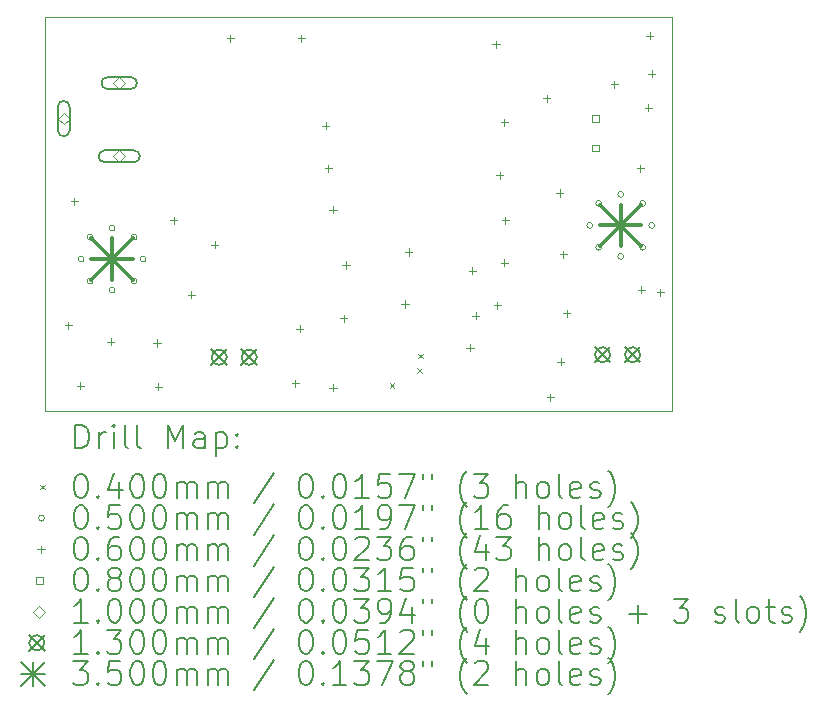
<source format=gbr>
%TF.GenerationSoftware,KiCad,Pcbnew,7.0.5-0*%
%TF.CreationDate,2023-12-12T17:49:35-05:00*%
%TF.ProjectId,PierogiNixiePSU,50696572-6f67-4694-9e69-786965505355,rev?*%
%TF.SameCoordinates,Original*%
%TF.FileFunction,Drillmap*%
%TF.FilePolarity,Positive*%
%FSLAX45Y45*%
G04 Gerber Fmt 4.5, Leading zero omitted, Abs format (unit mm)*
G04 Created by KiCad (PCBNEW 7.0.5-0) date 2023-12-12 17:49:35*
%MOMM*%
%LPD*%
G01*
G04 APERTURE LIST*
%ADD10C,0.050000*%
%ADD11C,0.200000*%
%ADD12C,0.040000*%
%ADD13C,0.060000*%
%ADD14C,0.080000*%
%ADD15C,0.100000*%
%ADD16C,0.130000*%
%ADD17C,0.350000*%
G04 APERTURE END LIST*
D10*
X16960485Y-8834110D02*
X11650000Y-8833750D01*
X11650000Y-8833750D02*
X11650000Y-12166250D01*
X16960485Y-12166610D02*
X16960485Y-8834110D01*
X11650000Y-12166250D02*
X16960485Y-12166610D01*
D11*
D12*
X14570000Y-11930000D02*
X14610000Y-11970000D01*
X14610000Y-11930000D02*
X14570000Y-11970000D01*
X14800000Y-11800000D02*
X14840000Y-11840000D01*
X14840000Y-11800000D02*
X14800000Y-11840000D01*
X14810000Y-11680000D02*
X14850000Y-11720000D01*
X14850000Y-11680000D02*
X14810000Y-11720000D01*
D10*
X11982500Y-10880000D02*
G75*
G03*
X11982500Y-10880000I-25000J0D01*
G01*
X12059384Y-10694385D02*
G75*
G03*
X12059384Y-10694385I-25000J0D01*
G01*
X12059384Y-11065616D02*
G75*
G03*
X12059384Y-11065616I-25000J0D01*
G01*
X12245000Y-10617500D02*
G75*
G03*
X12245000Y-10617500I-25000J0D01*
G01*
X12245000Y-11142500D02*
G75*
G03*
X12245000Y-11142500I-25000J0D01*
G01*
X12430615Y-10694385D02*
G75*
G03*
X12430615Y-10694385I-25000J0D01*
G01*
X12430615Y-11065616D02*
G75*
G03*
X12430615Y-11065616I-25000J0D01*
G01*
X12507500Y-10880000D02*
G75*
G03*
X12507500Y-10880000I-25000J0D01*
G01*
X16288115Y-10594385D02*
G75*
G03*
X16288115Y-10594385I-25000J0D01*
G01*
X16365000Y-10408769D02*
G75*
G03*
X16365000Y-10408769I-25000J0D01*
G01*
X16365000Y-10780000D02*
G75*
G03*
X16365000Y-10780000I-25000J0D01*
G01*
X16550615Y-10331885D02*
G75*
G03*
X16550615Y-10331885I-25000J0D01*
G01*
X16550615Y-10856885D02*
G75*
G03*
X16550615Y-10856885I-25000J0D01*
G01*
X16736231Y-10408769D02*
G75*
G03*
X16736231Y-10408769I-25000J0D01*
G01*
X16736231Y-10780000D02*
G75*
G03*
X16736231Y-10780000I-25000J0D01*
G01*
X16813116Y-10594385D02*
G75*
G03*
X16813116Y-10594385I-25000J0D01*
G01*
D13*
X11850000Y-11410000D02*
X11850000Y-11470000D01*
X11820000Y-11440000D02*
X11880000Y-11440000D01*
X11900000Y-10360000D02*
X11900000Y-10420000D01*
X11870000Y-10390000D02*
X11930000Y-10390000D01*
X11950000Y-11920000D02*
X11950000Y-11980000D01*
X11920000Y-11950000D02*
X11980000Y-11950000D01*
X12210000Y-11550000D02*
X12210000Y-11610000D01*
X12180000Y-11580000D02*
X12240000Y-11580000D01*
X12600000Y-11560000D02*
X12600000Y-11620000D01*
X12570000Y-11590000D02*
X12630000Y-11590000D01*
X12610000Y-11930000D02*
X12610000Y-11990000D01*
X12580000Y-11960000D02*
X12640000Y-11960000D01*
X12740000Y-10520000D02*
X12740000Y-10580000D01*
X12710000Y-10550000D02*
X12770000Y-10550000D01*
X12890000Y-11150000D02*
X12890000Y-11210000D01*
X12860000Y-11180000D02*
X12920000Y-11180000D01*
X13090000Y-10730000D02*
X13090000Y-10790000D01*
X13060000Y-10760000D02*
X13120000Y-10760000D01*
X13220000Y-8980000D02*
X13220000Y-9040000D01*
X13190000Y-9010000D02*
X13250000Y-9010000D01*
X13770000Y-11900000D02*
X13770000Y-11960000D01*
X13740000Y-11930000D02*
X13800000Y-11930000D01*
X13810000Y-11440000D02*
X13810000Y-11500000D01*
X13780000Y-11470000D02*
X13840000Y-11470000D01*
X13820000Y-8980000D02*
X13820000Y-9040000D01*
X13790000Y-9010000D02*
X13850000Y-9010000D01*
X14030000Y-9720000D02*
X14030000Y-9780000D01*
X14000000Y-9750000D02*
X14060000Y-9750000D01*
X14050000Y-10080000D02*
X14050000Y-10140000D01*
X14020000Y-10110000D02*
X14080000Y-10110000D01*
X14090000Y-10430000D02*
X14090000Y-10490000D01*
X14060000Y-10460000D02*
X14120000Y-10460000D01*
X14090000Y-11940000D02*
X14090000Y-12000000D01*
X14060000Y-11970000D02*
X14120000Y-11970000D01*
X14180000Y-11350000D02*
X14180000Y-11410000D01*
X14150000Y-11380000D02*
X14210000Y-11380000D01*
X14200000Y-10900000D02*
X14200000Y-10960000D01*
X14170000Y-10930000D02*
X14230000Y-10930000D01*
X14700000Y-11230000D02*
X14700000Y-11290000D01*
X14670000Y-11260000D02*
X14730000Y-11260000D01*
X14730000Y-10790000D02*
X14730000Y-10850000D01*
X14700000Y-10820000D02*
X14760000Y-10820000D01*
X15250000Y-11600000D02*
X15250000Y-11660000D01*
X15220000Y-11630000D02*
X15280000Y-11630000D01*
X15270000Y-10950000D02*
X15270000Y-11010000D01*
X15240000Y-10980000D02*
X15300000Y-10980000D01*
X15300000Y-11330000D02*
X15300000Y-11390000D01*
X15270000Y-11360000D02*
X15330000Y-11360000D01*
X15470000Y-9030000D02*
X15470000Y-9090000D01*
X15440000Y-9060000D02*
X15500000Y-9060000D01*
X15480000Y-11240000D02*
X15480000Y-11300000D01*
X15450000Y-11270000D02*
X15510000Y-11270000D01*
X15500000Y-10140000D02*
X15500000Y-10200000D01*
X15470000Y-10170000D02*
X15530000Y-10170000D01*
X15540000Y-9690000D02*
X15540000Y-9750000D01*
X15510000Y-9720000D02*
X15570000Y-9720000D01*
X15540000Y-10880000D02*
X15540000Y-10940000D01*
X15510000Y-10910000D02*
X15570000Y-10910000D01*
X15550000Y-10520000D02*
X15550000Y-10580000D01*
X15520000Y-10550000D02*
X15580000Y-10550000D01*
X15900000Y-9490000D02*
X15900000Y-9550000D01*
X15870000Y-9520000D02*
X15930000Y-9520000D01*
X15930000Y-12020000D02*
X15930000Y-12080000D01*
X15900000Y-12050000D02*
X15960000Y-12050000D01*
X16010000Y-10290000D02*
X16010000Y-10350000D01*
X15980000Y-10320000D02*
X16040000Y-10320000D01*
X16020000Y-11720000D02*
X16020000Y-11780000D01*
X15990000Y-11750000D02*
X16050000Y-11750000D01*
X16040000Y-10810000D02*
X16040000Y-10870000D01*
X16010000Y-10840000D02*
X16070000Y-10840000D01*
X16070000Y-11310000D02*
X16070000Y-11370000D01*
X16040000Y-11340000D02*
X16100000Y-11340000D01*
X16470000Y-9370000D02*
X16470000Y-9430000D01*
X16440000Y-9400000D02*
X16500000Y-9400000D01*
X16690000Y-10080000D02*
X16690000Y-10140000D01*
X16660000Y-10110000D02*
X16720000Y-10110000D01*
X16700000Y-11110000D02*
X16700000Y-11170000D01*
X16670000Y-11140000D02*
X16730000Y-11140000D01*
X16760000Y-9570000D02*
X16760000Y-9630000D01*
X16730000Y-9600000D02*
X16790000Y-9600000D01*
X16770000Y-8960000D02*
X16770000Y-9020000D01*
X16740000Y-8990000D02*
X16800000Y-8990000D01*
X16790000Y-9280000D02*
X16790000Y-9340000D01*
X16760000Y-9310000D02*
X16820000Y-9310000D01*
X16860000Y-11130000D02*
X16860000Y-11190000D01*
X16830000Y-11160000D02*
X16890000Y-11160000D01*
D14*
X16338284Y-9718285D02*
X16338284Y-9661716D01*
X16281715Y-9661716D01*
X16281715Y-9718285D01*
X16338284Y-9718285D01*
X16338284Y-9968285D02*
X16338284Y-9911716D01*
X16281715Y-9911716D01*
X16281715Y-9968285D01*
X16338284Y-9968285D01*
D15*
X11810000Y-9740000D02*
X11860000Y-9690000D01*
X11810000Y-9640000D01*
X11760000Y-9690000D01*
X11810000Y-9740000D01*
D11*
X11760000Y-9590000D02*
X11760000Y-9790000D01*
X11760000Y-9790000D02*
G75*
G03*
X11860000Y-9790000I50000J0D01*
G01*
X11860000Y-9790000D02*
X11860000Y-9590000D01*
X11860000Y-9590000D02*
G75*
G03*
X11760000Y-9590000I-50000J0D01*
G01*
D15*
X12280000Y-9440000D02*
X12330000Y-9390000D01*
X12280000Y-9340000D01*
X12230000Y-9390000D01*
X12280000Y-9440000D01*
D11*
X12380000Y-9340000D02*
X12180000Y-9340000D01*
X12180000Y-9340000D02*
G75*
G03*
X12180000Y-9440000I0J-50000D01*
G01*
X12180000Y-9440000D02*
X12380000Y-9440000D01*
X12380000Y-9440000D02*
G75*
G03*
X12380000Y-9340000I0J50000D01*
G01*
D15*
X12280000Y-10060000D02*
X12330000Y-10010000D01*
X12280000Y-9960000D01*
X12230000Y-10010000D01*
X12280000Y-10060000D01*
D11*
X12405000Y-9960000D02*
X12155000Y-9960000D01*
X12155000Y-9960000D02*
G75*
G03*
X12155000Y-10060000I0J-50000D01*
G01*
X12155000Y-10060000D02*
X12405000Y-10060000D01*
X12405000Y-10060000D02*
G75*
G03*
X12405000Y-9960000I0J50000D01*
G01*
D16*
X13061000Y-11645000D02*
X13191000Y-11775000D01*
X13191000Y-11645000D02*
X13061000Y-11775000D01*
X13191000Y-11710000D02*
G75*
G03*
X13191000Y-11710000I-65000J0D01*
G01*
X13315000Y-11645000D02*
X13445000Y-11775000D01*
X13445000Y-11645000D02*
X13315000Y-11775000D01*
X13445000Y-11710000D02*
G75*
G03*
X13445000Y-11710000I-65000J0D01*
G01*
X16308000Y-11625000D02*
X16438000Y-11755000D01*
X16438000Y-11625000D02*
X16308000Y-11755000D01*
X16438000Y-11690000D02*
G75*
G03*
X16438000Y-11690000I-65000J0D01*
G01*
X16562000Y-11625000D02*
X16692000Y-11755000D01*
X16692000Y-11625000D02*
X16562000Y-11755000D01*
X16692000Y-11690000D02*
G75*
G03*
X16692000Y-11690000I-65000J0D01*
G01*
D17*
X12045000Y-10705000D02*
X12395000Y-11055000D01*
X12395000Y-10705000D02*
X12045000Y-11055000D01*
X12220000Y-10705000D02*
X12220000Y-11055000D01*
X12045000Y-10880000D02*
X12395000Y-10880000D01*
X16350615Y-10419385D02*
X16700615Y-10769385D01*
X16700615Y-10419385D02*
X16350615Y-10769385D01*
X16525615Y-10419385D02*
X16525615Y-10769385D01*
X16350615Y-10594385D02*
X16700615Y-10594385D01*
D11*
X11908277Y-12480594D02*
X11908277Y-12280594D01*
X11908277Y-12280594D02*
X11955896Y-12280594D01*
X11955896Y-12280594D02*
X11984467Y-12290118D01*
X11984467Y-12290118D02*
X12003515Y-12309165D01*
X12003515Y-12309165D02*
X12013039Y-12328213D01*
X12013039Y-12328213D02*
X12022562Y-12366308D01*
X12022562Y-12366308D02*
X12022562Y-12394879D01*
X12022562Y-12394879D02*
X12013039Y-12432975D01*
X12013039Y-12432975D02*
X12003515Y-12452022D01*
X12003515Y-12452022D02*
X11984467Y-12471070D01*
X11984467Y-12471070D02*
X11955896Y-12480594D01*
X11955896Y-12480594D02*
X11908277Y-12480594D01*
X12108277Y-12480594D02*
X12108277Y-12347260D01*
X12108277Y-12385356D02*
X12117801Y-12366308D01*
X12117801Y-12366308D02*
X12127324Y-12356784D01*
X12127324Y-12356784D02*
X12146372Y-12347260D01*
X12146372Y-12347260D02*
X12165420Y-12347260D01*
X12232086Y-12480594D02*
X12232086Y-12347260D01*
X12232086Y-12280594D02*
X12222562Y-12290118D01*
X12222562Y-12290118D02*
X12232086Y-12299641D01*
X12232086Y-12299641D02*
X12241610Y-12290118D01*
X12241610Y-12290118D02*
X12232086Y-12280594D01*
X12232086Y-12280594D02*
X12232086Y-12299641D01*
X12355896Y-12480594D02*
X12336848Y-12471070D01*
X12336848Y-12471070D02*
X12327324Y-12452022D01*
X12327324Y-12452022D02*
X12327324Y-12280594D01*
X12460658Y-12480594D02*
X12441610Y-12471070D01*
X12441610Y-12471070D02*
X12432086Y-12452022D01*
X12432086Y-12452022D02*
X12432086Y-12280594D01*
X12689229Y-12480594D02*
X12689229Y-12280594D01*
X12689229Y-12280594D02*
X12755896Y-12423451D01*
X12755896Y-12423451D02*
X12822562Y-12280594D01*
X12822562Y-12280594D02*
X12822562Y-12480594D01*
X13003515Y-12480594D02*
X13003515Y-12375832D01*
X13003515Y-12375832D02*
X12993991Y-12356784D01*
X12993991Y-12356784D02*
X12974943Y-12347260D01*
X12974943Y-12347260D02*
X12936848Y-12347260D01*
X12936848Y-12347260D02*
X12917801Y-12356784D01*
X13003515Y-12471070D02*
X12984467Y-12480594D01*
X12984467Y-12480594D02*
X12936848Y-12480594D01*
X12936848Y-12480594D02*
X12917801Y-12471070D01*
X12917801Y-12471070D02*
X12908277Y-12452022D01*
X12908277Y-12452022D02*
X12908277Y-12432975D01*
X12908277Y-12432975D02*
X12917801Y-12413927D01*
X12917801Y-12413927D02*
X12936848Y-12404403D01*
X12936848Y-12404403D02*
X12984467Y-12404403D01*
X12984467Y-12404403D02*
X13003515Y-12394879D01*
X13098753Y-12347260D02*
X13098753Y-12547260D01*
X13098753Y-12356784D02*
X13117801Y-12347260D01*
X13117801Y-12347260D02*
X13155896Y-12347260D01*
X13155896Y-12347260D02*
X13174943Y-12356784D01*
X13174943Y-12356784D02*
X13184467Y-12366308D01*
X13184467Y-12366308D02*
X13193991Y-12385356D01*
X13193991Y-12385356D02*
X13193991Y-12442498D01*
X13193991Y-12442498D02*
X13184467Y-12461546D01*
X13184467Y-12461546D02*
X13174943Y-12471070D01*
X13174943Y-12471070D02*
X13155896Y-12480594D01*
X13155896Y-12480594D02*
X13117801Y-12480594D01*
X13117801Y-12480594D02*
X13098753Y-12471070D01*
X13279705Y-12461546D02*
X13289229Y-12471070D01*
X13289229Y-12471070D02*
X13279705Y-12480594D01*
X13279705Y-12480594D02*
X13270182Y-12471070D01*
X13270182Y-12471070D02*
X13279705Y-12461546D01*
X13279705Y-12461546D02*
X13279705Y-12480594D01*
X13279705Y-12356784D02*
X13289229Y-12366308D01*
X13289229Y-12366308D02*
X13279705Y-12375832D01*
X13279705Y-12375832D02*
X13270182Y-12366308D01*
X13270182Y-12366308D02*
X13279705Y-12356784D01*
X13279705Y-12356784D02*
X13279705Y-12375832D01*
D12*
X11607500Y-12789110D02*
X11647500Y-12829110D01*
X11647500Y-12789110D02*
X11607500Y-12829110D01*
D11*
X11946372Y-12700594D02*
X11965420Y-12700594D01*
X11965420Y-12700594D02*
X11984467Y-12710118D01*
X11984467Y-12710118D02*
X11993991Y-12719641D01*
X11993991Y-12719641D02*
X12003515Y-12738689D01*
X12003515Y-12738689D02*
X12013039Y-12776784D01*
X12013039Y-12776784D02*
X12013039Y-12824403D01*
X12013039Y-12824403D02*
X12003515Y-12862498D01*
X12003515Y-12862498D02*
X11993991Y-12881546D01*
X11993991Y-12881546D02*
X11984467Y-12891070D01*
X11984467Y-12891070D02*
X11965420Y-12900594D01*
X11965420Y-12900594D02*
X11946372Y-12900594D01*
X11946372Y-12900594D02*
X11927324Y-12891070D01*
X11927324Y-12891070D02*
X11917801Y-12881546D01*
X11917801Y-12881546D02*
X11908277Y-12862498D01*
X11908277Y-12862498D02*
X11898753Y-12824403D01*
X11898753Y-12824403D02*
X11898753Y-12776784D01*
X11898753Y-12776784D02*
X11908277Y-12738689D01*
X11908277Y-12738689D02*
X11917801Y-12719641D01*
X11917801Y-12719641D02*
X11927324Y-12710118D01*
X11927324Y-12710118D02*
X11946372Y-12700594D01*
X12098753Y-12881546D02*
X12108277Y-12891070D01*
X12108277Y-12891070D02*
X12098753Y-12900594D01*
X12098753Y-12900594D02*
X12089229Y-12891070D01*
X12089229Y-12891070D02*
X12098753Y-12881546D01*
X12098753Y-12881546D02*
X12098753Y-12900594D01*
X12279705Y-12767260D02*
X12279705Y-12900594D01*
X12232086Y-12691070D02*
X12184467Y-12833927D01*
X12184467Y-12833927D02*
X12308277Y-12833927D01*
X12422562Y-12700594D02*
X12441610Y-12700594D01*
X12441610Y-12700594D02*
X12460658Y-12710118D01*
X12460658Y-12710118D02*
X12470182Y-12719641D01*
X12470182Y-12719641D02*
X12479705Y-12738689D01*
X12479705Y-12738689D02*
X12489229Y-12776784D01*
X12489229Y-12776784D02*
X12489229Y-12824403D01*
X12489229Y-12824403D02*
X12479705Y-12862498D01*
X12479705Y-12862498D02*
X12470182Y-12881546D01*
X12470182Y-12881546D02*
X12460658Y-12891070D01*
X12460658Y-12891070D02*
X12441610Y-12900594D01*
X12441610Y-12900594D02*
X12422562Y-12900594D01*
X12422562Y-12900594D02*
X12403515Y-12891070D01*
X12403515Y-12891070D02*
X12393991Y-12881546D01*
X12393991Y-12881546D02*
X12384467Y-12862498D01*
X12384467Y-12862498D02*
X12374943Y-12824403D01*
X12374943Y-12824403D02*
X12374943Y-12776784D01*
X12374943Y-12776784D02*
X12384467Y-12738689D01*
X12384467Y-12738689D02*
X12393991Y-12719641D01*
X12393991Y-12719641D02*
X12403515Y-12710118D01*
X12403515Y-12710118D02*
X12422562Y-12700594D01*
X12613039Y-12700594D02*
X12632086Y-12700594D01*
X12632086Y-12700594D02*
X12651134Y-12710118D01*
X12651134Y-12710118D02*
X12660658Y-12719641D01*
X12660658Y-12719641D02*
X12670182Y-12738689D01*
X12670182Y-12738689D02*
X12679705Y-12776784D01*
X12679705Y-12776784D02*
X12679705Y-12824403D01*
X12679705Y-12824403D02*
X12670182Y-12862498D01*
X12670182Y-12862498D02*
X12660658Y-12881546D01*
X12660658Y-12881546D02*
X12651134Y-12891070D01*
X12651134Y-12891070D02*
X12632086Y-12900594D01*
X12632086Y-12900594D02*
X12613039Y-12900594D01*
X12613039Y-12900594D02*
X12593991Y-12891070D01*
X12593991Y-12891070D02*
X12584467Y-12881546D01*
X12584467Y-12881546D02*
X12574943Y-12862498D01*
X12574943Y-12862498D02*
X12565420Y-12824403D01*
X12565420Y-12824403D02*
X12565420Y-12776784D01*
X12565420Y-12776784D02*
X12574943Y-12738689D01*
X12574943Y-12738689D02*
X12584467Y-12719641D01*
X12584467Y-12719641D02*
X12593991Y-12710118D01*
X12593991Y-12710118D02*
X12613039Y-12700594D01*
X12765420Y-12900594D02*
X12765420Y-12767260D01*
X12765420Y-12786308D02*
X12774943Y-12776784D01*
X12774943Y-12776784D02*
X12793991Y-12767260D01*
X12793991Y-12767260D02*
X12822563Y-12767260D01*
X12822563Y-12767260D02*
X12841610Y-12776784D01*
X12841610Y-12776784D02*
X12851134Y-12795832D01*
X12851134Y-12795832D02*
X12851134Y-12900594D01*
X12851134Y-12795832D02*
X12860658Y-12776784D01*
X12860658Y-12776784D02*
X12879705Y-12767260D01*
X12879705Y-12767260D02*
X12908277Y-12767260D01*
X12908277Y-12767260D02*
X12927324Y-12776784D01*
X12927324Y-12776784D02*
X12936848Y-12795832D01*
X12936848Y-12795832D02*
X12936848Y-12900594D01*
X13032086Y-12900594D02*
X13032086Y-12767260D01*
X13032086Y-12786308D02*
X13041610Y-12776784D01*
X13041610Y-12776784D02*
X13060658Y-12767260D01*
X13060658Y-12767260D02*
X13089229Y-12767260D01*
X13089229Y-12767260D02*
X13108277Y-12776784D01*
X13108277Y-12776784D02*
X13117801Y-12795832D01*
X13117801Y-12795832D02*
X13117801Y-12900594D01*
X13117801Y-12795832D02*
X13127324Y-12776784D01*
X13127324Y-12776784D02*
X13146372Y-12767260D01*
X13146372Y-12767260D02*
X13174943Y-12767260D01*
X13174943Y-12767260D02*
X13193991Y-12776784D01*
X13193991Y-12776784D02*
X13203515Y-12795832D01*
X13203515Y-12795832D02*
X13203515Y-12900594D01*
X13593991Y-12691070D02*
X13422563Y-12948213D01*
X13851134Y-12700594D02*
X13870182Y-12700594D01*
X13870182Y-12700594D02*
X13889229Y-12710118D01*
X13889229Y-12710118D02*
X13898753Y-12719641D01*
X13898753Y-12719641D02*
X13908277Y-12738689D01*
X13908277Y-12738689D02*
X13917801Y-12776784D01*
X13917801Y-12776784D02*
X13917801Y-12824403D01*
X13917801Y-12824403D02*
X13908277Y-12862498D01*
X13908277Y-12862498D02*
X13898753Y-12881546D01*
X13898753Y-12881546D02*
X13889229Y-12891070D01*
X13889229Y-12891070D02*
X13870182Y-12900594D01*
X13870182Y-12900594D02*
X13851134Y-12900594D01*
X13851134Y-12900594D02*
X13832086Y-12891070D01*
X13832086Y-12891070D02*
X13822563Y-12881546D01*
X13822563Y-12881546D02*
X13813039Y-12862498D01*
X13813039Y-12862498D02*
X13803515Y-12824403D01*
X13803515Y-12824403D02*
X13803515Y-12776784D01*
X13803515Y-12776784D02*
X13813039Y-12738689D01*
X13813039Y-12738689D02*
X13822563Y-12719641D01*
X13822563Y-12719641D02*
X13832086Y-12710118D01*
X13832086Y-12710118D02*
X13851134Y-12700594D01*
X14003515Y-12881546D02*
X14013039Y-12891070D01*
X14013039Y-12891070D02*
X14003515Y-12900594D01*
X14003515Y-12900594D02*
X13993991Y-12891070D01*
X13993991Y-12891070D02*
X14003515Y-12881546D01*
X14003515Y-12881546D02*
X14003515Y-12900594D01*
X14136848Y-12700594D02*
X14155896Y-12700594D01*
X14155896Y-12700594D02*
X14174944Y-12710118D01*
X14174944Y-12710118D02*
X14184467Y-12719641D01*
X14184467Y-12719641D02*
X14193991Y-12738689D01*
X14193991Y-12738689D02*
X14203515Y-12776784D01*
X14203515Y-12776784D02*
X14203515Y-12824403D01*
X14203515Y-12824403D02*
X14193991Y-12862498D01*
X14193991Y-12862498D02*
X14184467Y-12881546D01*
X14184467Y-12881546D02*
X14174944Y-12891070D01*
X14174944Y-12891070D02*
X14155896Y-12900594D01*
X14155896Y-12900594D02*
X14136848Y-12900594D01*
X14136848Y-12900594D02*
X14117801Y-12891070D01*
X14117801Y-12891070D02*
X14108277Y-12881546D01*
X14108277Y-12881546D02*
X14098753Y-12862498D01*
X14098753Y-12862498D02*
X14089229Y-12824403D01*
X14089229Y-12824403D02*
X14089229Y-12776784D01*
X14089229Y-12776784D02*
X14098753Y-12738689D01*
X14098753Y-12738689D02*
X14108277Y-12719641D01*
X14108277Y-12719641D02*
X14117801Y-12710118D01*
X14117801Y-12710118D02*
X14136848Y-12700594D01*
X14393991Y-12900594D02*
X14279706Y-12900594D01*
X14336848Y-12900594D02*
X14336848Y-12700594D01*
X14336848Y-12700594D02*
X14317801Y-12729165D01*
X14317801Y-12729165D02*
X14298753Y-12748213D01*
X14298753Y-12748213D02*
X14279706Y-12757737D01*
X14574944Y-12700594D02*
X14479706Y-12700594D01*
X14479706Y-12700594D02*
X14470182Y-12795832D01*
X14470182Y-12795832D02*
X14479706Y-12786308D01*
X14479706Y-12786308D02*
X14498753Y-12776784D01*
X14498753Y-12776784D02*
X14546372Y-12776784D01*
X14546372Y-12776784D02*
X14565420Y-12786308D01*
X14565420Y-12786308D02*
X14574944Y-12795832D01*
X14574944Y-12795832D02*
X14584467Y-12814879D01*
X14584467Y-12814879D02*
X14584467Y-12862498D01*
X14584467Y-12862498D02*
X14574944Y-12881546D01*
X14574944Y-12881546D02*
X14565420Y-12891070D01*
X14565420Y-12891070D02*
X14546372Y-12900594D01*
X14546372Y-12900594D02*
X14498753Y-12900594D01*
X14498753Y-12900594D02*
X14479706Y-12891070D01*
X14479706Y-12891070D02*
X14470182Y-12881546D01*
X14651134Y-12700594D02*
X14784467Y-12700594D01*
X14784467Y-12700594D02*
X14698753Y-12900594D01*
X14851134Y-12700594D02*
X14851134Y-12738689D01*
X14927325Y-12700594D02*
X14927325Y-12738689D01*
X15222563Y-12976784D02*
X15213039Y-12967260D01*
X15213039Y-12967260D02*
X15193991Y-12938689D01*
X15193991Y-12938689D02*
X15184468Y-12919641D01*
X15184468Y-12919641D02*
X15174944Y-12891070D01*
X15174944Y-12891070D02*
X15165420Y-12843451D01*
X15165420Y-12843451D02*
X15165420Y-12805356D01*
X15165420Y-12805356D02*
X15174944Y-12757737D01*
X15174944Y-12757737D02*
X15184468Y-12729165D01*
X15184468Y-12729165D02*
X15193991Y-12710118D01*
X15193991Y-12710118D02*
X15213039Y-12681546D01*
X15213039Y-12681546D02*
X15222563Y-12672022D01*
X15279706Y-12700594D02*
X15403515Y-12700594D01*
X15403515Y-12700594D02*
X15336848Y-12776784D01*
X15336848Y-12776784D02*
X15365420Y-12776784D01*
X15365420Y-12776784D02*
X15384468Y-12786308D01*
X15384468Y-12786308D02*
X15393991Y-12795832D01*
X15393991Y-12795832D02*
X15403515Y-12814879D01*
X15403515Y-12814879D02*
X15403515Y-12862498D01*
X15403515Y-12862498D02*
X15393991Y-12881546D01*
X15393991Y-12881546D02*
X15384468Y-12891070D01*
X15384468Y-12891070D02*
X15365420Y-12900594D01*
X15365420Y-12900594D02*
X15308277Y-12900594D01*
X15308277Y-12900594D02*
X15289229Y-12891070D01*
X15289229Y-12891070D02*
X15279706Y-12881546D01*
X15641610Y-12900594D02*
X15641610Y-12700594D01*
X15727325Y-12900594D02*
X15727325Y-12795832D01*
X15727325Y-12795832D02*
X15717801Y-12776784D01*
X15717801Y-12776784D02*
X15698753Y-12767260D01*
X15698753Y-12767260D02*
X15670182Y-12767260D01*
X15670182Y-12767260D02*
X15651134Y-12776784D01*
X15651134Y-12776784D02*
X15641610Y-12786308D01*
X15851134Y-12900594D02*
X15832087Y-12891070D01*
X15832087Y-12891070D02*
X15822563Y-12881546D01*
X15822563Y-12881546D02*
X15813039Y-12862498D01*
X15813039Y-12862498D02*
X15813039Y-12805356D01*
X15813039Y-12805356D02*
X15822563Y-12786308D01*
X15822563Y-12786308D02*
X15832087Y-12776784D01*
X15832087Y-12776784D02*
X15851134Y-12767260D01*
X15851134Y-12767260D02*
X15879706Y-12767260D01*
X15879706Y-12767260D02*
X15898753Y-12776784D01*
X15898753Y-12776784D02*
X15908277Y-12786308D01*
X15908277Y-12786308D02*
X15917801Y-12805356D01*
X15917801Y-12805356D02*
X15917801Y-12862498D01*
X15917801Y-12862498D02*
X15908277Y-12881546D01*
X15908277Y-12881546D02*
X15898753Y-12891070D01*
X15898753Y-12891070D02*
X15879706Y-12900594D01*
X15879706Y-12900594D02*
X15851134Y-12900594D01*
X16032087Y-12900594D02*
X16013039Y-12891070D01*
X16013039Y-12891070D02*
X16003515Y-12872022D01*
X16003515Y-12872022D02*
X16003515Y-12700594D01*
X16184468Y-12891070D02*
X16165420Y-12900594D01*
X16165420Y-12900594D02*
X16127325Y-12900594D01*
X16127325Y-12900594D02*
X16108277Y-12891070D01*
X16108277Y-12891070D02*
X16098753Y-12872022D01*
X16098753Y-12872022D02*
X16098753Y-12795832D01*
X16098753Y-12795832D02*
X16108277Y-12776784D01*
X16108277Y-12776784D02*
X16127325Y-12767260D01*
X16127325Y-12767260D02*
X16165420Y-12767260D01*
X16165420Y-12767260D02*
X16184468Y-12776784D01*
X16184468Y-12776784D02*
X16193991Y-12795832D01*
X16193991Y-12795832D02*
X16193991Y-12814879D01*
X16193991Y-12814879D02*
X16098753Y-12833927D01*
X16270182Y-12891070D02*
X16289230Y-12900594D01*
X16289230Y-12900594D02*
X16327325Y-12900594D01*
X16327325Y-12900594D02*
X16346372Y-12891070D01*
X16346372Y-12891070D02*
X16355896Y-12872022D01*
X16355896Y-12872022D02*
X16355896Y-12862498D01*
X16355896Y-12862498D02*
X16346372Y-12843451D01*
X16346372Y-12843451D02*
X16327325Y-12833927D01*
X16327325Y-12833927D02*
X16298753Y-12833927D01*
X16298753Y-12833927D02*
X16279706Y-12824403D01*
X16279706Y-12824403D02*
X16270182Y-12805356D01*
X16270182Y-12805356D02*
X16270182Y-12795832D01*
X16270182Y-12795832D02*
X16279706Y-12776784D01*
X16279706Y-12776784D02*
X16298753Y-12767260D01*
X16298753Y-12767260D02*
X16327325Y-12767260D01*
X16327325Y-12767260D02*
X16346372Y-12776784D01*
X16422563Y-12976784D02*
X16432087Y-12967260D01*
X16432087Y-12967260D02*
X16451134Y-12938689D01*
X16451134Y-12938689D02*
X16460658Y-12919641D01*
X16460658Y-12919641D02*
X16470182Y-12891070D01*
X16470182Y-12891070D02*
X16479706Y-12843451D01*
X16479706Y-12843451D02*
X16479706Y-12805356D01*
X16479706Y-12805356D02*
X16470182Y-12757737D01*
X16470182Y-12757737D02*
X16460658Y-12729165D01*
X16460658Y-12729165D02*
X16451134Y-12710118D01*
X16451134Y-12710118D02*
X16432087Y-12681546D01*
X16432087Y-12681546D02*
X16422563Y-12672022D01*
D10*
X11647500Y-13073110D02*
G75*
G03*
X11647500Y-13073110I-25000J0D01*
G01*
D11*
X11946372Y-12964594D02*
X11965420Y-12964594D01*
X11965420Y-12964594D02*
X11984467Y-12974118D01*
X11984467Y-12974118D02*
X11993991Y-12983641D01*
X11993991Y-12983641D02*
X12003515Y-13002689D01*
X12003515Y-13002689D02*
X12013039Y-13040784D01*
X12013039Y-13040784D02*
X12013039Y-13088403D01*
X12013039Y-13088403D02*
X12003515Y-13126498D01*
X12003515Y-13126498D02*
X11993991Y-13145546D01*
X11993991Y-13145546D02*
X11984467Y-13155070D01*
X11984467Y-13155070D02*
X11965420Y-13164594D01*
X11965420Y-13164594D02*
X11946372Y-13164594D01*
X11946372Y-13164594D02*
X11927324Y-13155070D01*
X11927324Y-13155070D02*
X11917801Y-13145546D01*
X11917801Y-13145546D02*
X11908277Y-13126498D01*
X11908277Y-13126498D02*
X11898753Y-13088403D01*
X11898753Y-13088403D02*
X11898753Y-13040784D01*
X11898753Y-13040784D02*
X11908277Y-13002689D01*
X11908277Y-13002689D02*
X11917801Y-12983641D01*
X11917801Y-12983641D02*
X11927324Y-12974118D01*
X11927324Y-12974118D02*
X11946372Y-12964594D01*
X12098753Y-13145546D02*
X12108277Y-13155070D01*
X12108277Y-13155070D02*
X12098753Y-13164594D01*
X12098753Y-13164594D02*
X12089229Y-13155070D01*
X12089229Y-13155070D02*
X12098753Y-13145546D01*
X12098753Y-13145546D02*
X12098753Y-13164594D01*
X12289229Y-12964594D02*
X12193991Y-12964594D01*
X12193991Y-12964594D02*
X12184467Y-13059832D01*
X12184467Y-13059832D02*
X12193991Y-13050308D01*
X12193991Y-13050308D02*
X12213039Y-13040784D01*
X12213039Y-13040784D02*
X12260658Y-13040784D01*
X12260658Y-13040784D02*
X12279705Y-13050308D01*
X12279705Y-13050308D02*
X12289229Y-13059832D01*
X12289229Y-13059832D02*
X12298753Y-13078879D01*
X12298753Y-13078879D02*
X12298753Y-13126498D01*
X12298753Y-13126498D02*
X12289229Y-13145546D01*
X12289229Y-13145546D02*
X12279705Y-13155070D01*
X12279705Y-13155070D02*
X12260658Y-13164594D01*
X12260658Y-13164594D02*
X12213039Y-13164594D01*
X12213039Y-13164594D02*
X12193991Y-13155070D01*
X12193991Y-13155070D02*
X12184467Y-13145546D01*
X12422562Y-12964594D02*
X12441610Y-12964594D01*
X12441610Y-12964594D02*
X12460658Y-12974118D01*
X12460658Y-12974118D02*
X12470182Y-12983641D01*
X12470182Y-12983641D02*
X12479705Y-13002689D01*
X12479705Y-13002689D02*
X12489229Y-13040784D01*
X12489229Y-13040784D02*
X12489229Y-13088403D01*
X12489229Y-13088403D02*
X12479705Y-13126498D01*
X12479705Y-13126498D02*
X12470182Y-13145546D01*
X12470182Y-13145546D02*
X12460658Y-13155070D01*
X12460658Y-13155070D02*
X12441610Y-13164594D01*
X12441610Y-13164594D02*
X12422562Y-13164594D01*
X12422562Y-13164594D02*
X12403515Y-13155070D01*
X12403515Y-13155070D02*
X12393991Y-13145546D01*
X12393991Y-13145546D02*
X12384467Y-13126498D01*
X12384467Y-13126498D02*
X12374943Y-13088403D01*
X12374943Y-13088403D02*
X12374943Y-13040784D01*
X12374943Y-13040784D02*
X12384467Y-13002689D01*
X12384467Y-13002689D02*
X12393991Y-12983641D01*
X12393991Y-12983641D02*
X12403515Y-12974118D01*
X12403515Y-12974118D02*
X12422562Y-12964594D01*
X12613039Y-12964594D02*
X12632086Y-12964594D01*
X12632086Y-12964594D02*
X12651134Y-12974118D01*
X12651134Y-12974118D02*
X12660658Y-12983641D01*
X12660658Y-12983641D02*
X12670182Y-13002689D01*
X12670182Y-13002689D02*
X12679705Y-13040784D01*
X12679705Y-13040784D02*
X12679705Y-13088403D01*
X12679705Y-13088403D02*
X12670182Y-13126498D01*
X12670182Y-13126498D02*
X12660658Y-13145546D01*
X12660658Y-13145546D02*
X12651134Y-13155070D01*
X12651134Y-13155070D02*
X12632086Y-13164594D01*
X12632086Y-13164594D02*
X12613039Y-13164594D01*
X12613039Y-13164594D02*
X12593991Y-13155070D01*
X12593991Y-13155070D02*
X12584467Y-13145546D01*
X12584467Y-13145546D02*
X12574943Y-13126498D01*
X12574943Y-13126498D02*
X12565420Y-13088403D01*
X12565420Y-13088403D02*
X12565420Y-13040784D01*
X12565420Y-13040784D02*
X12574943Y-13002689D01*
X12574943Y-13002689D02*
X12584467Y-12983641D01*
X12584467Y-12983641D02*
X12593991Y-12974118D01*
X12593991Y-12974118D02*
X12613039Y-12964594D01*
X12765420Y-13164594D02*
X12765420Y-13031260D01*
X12765420Y-13050308D02*
X12774943Y-13040784D01*
X12774943Y-13040784D02*
X12793991Y-13031260D01*
X12793991Y-13031260D02*
X12822563Y-13031260D01*
X12822563Y-13031260D02*
X12841610Y-13040784D01*
X12841610Y-13040784D02*
X12851134Y-13059832D01*
X12851134Y-13059832D02*
X12851134Y-13164594D01*
X12851134Y-13059832D02*
X12860658Y-13040784D01*
X12860658Y-13040784D02*
X12879705Y-13031260D01*
X12879705Y-13031260D02*
X12908277Y-13031260D01*
X12908277Y-13031260D02*
X12927324Y-13040784D01*
X12927324Y-13040784D02*
X12936848Y-13059832D01*
X12936848Y-13059832D02*
X12936848Y-13164594D01*
X13032086Y-13164594D02*
X13032086Y-13031260D01*
X13032086Y-13050308D02*
X13041610Y-13040784D01*
X13041610Y-13040784D02*
X13060658Y-13031260D01*
X13060658Y-13031260D02*
X13089229Y-13031260D01*
X13089229Y-13031260D02*
X13108277Y-13040784D01*
X13108277Y-13040784D02*
X13117801Y-13059832D01*
X13117801Y-13059832D02*
X13117801Y-13164594D01*
X13117801Y-13059832D02*
X13127324Y-13040784D01*
X13127324Y-13040784D02*
X13146372Y-13031260D01*
X13146372Y-13031260D02*
X13174943Y-13031260D01*
X13174943Y-13031260D02*
X13193991Y-13040784D01*
X13193991Y-13040784D02*
X13203515Y-13059832D01*
X13203515Y-13059832D02*
X13203515Y-13164594D01*
X13593991Y-12955070D02*
X13422563Y-13212213D01*
X13851134Y-12964594D02*
X13870182Y-12964594D01*
X13870182Y-12964594D02*
X13889229Y-12974118D01*
X13889229Y-12974118D02*
X13898753Y-12983641D01*
X13898753Y-12983641D02*
X13908277Y-13002689D01*
X13908277Y-13002689D02*
X13917801Y-13040784D01*
X13917801Y-13040784D02*
X13917801Y-13088403D01*
X13917801Y-13088403D02*
X13908277Y-13126498D01*
X13908277Y-13126498D02*
X13898753Y-13145546D01*
X13898753Y-13145546D02*
X13889229Y-13155070D01*
X13889229Y-13155070D02*
X13870182Y-13164594D01*
X13870182Y-13164594D02*
X13851134Y-13164594D01*
X13851134Y-13164594D02*
X13832086Y-13155070D01*
X13832086Y-13155070D02*
X13822563Y-13145546D01*
X13822563Y-13145546D02*
X13813039Y-13126498D01*
X13813039Y-13126498D02*
X13803515Y-13088403D01*
X13803515Y-13088403D02*
X13803515Y-13040784D01*
X13803515Y-13040784D02*
X13813039Y-13002689D01*
X13813039Y-13002689D02*
X13822563Y-12983641D01*
X13822563Y-12983641D02*
X13832086Y-12974118D01*
X13832086Y-12974118D02*
X13851134Y-12964594D01*
X14003515Y-13145546D02*
X14013039Y-13155070D01*
X14013039Y-13155070D02*
X14003515Y-13164594D01*
X14003515Y-13164594D02*
X13993991Y-13155070D01*
X13993991Y-13155070D02*
X14003515Y-13145546D01*
X14003515Y-13145546D02*
X14003515Y-13164594D01*
X14136848Y-12964594D02*
X14155896Y-12964594D01*
X14155896Y-12964594D02*
X14174944Y-12974118D01*
X14174944Y-12974118D02*
X14184467Y-12983641D01*
X14184467Y-12983641D02*
X14193991Y-13002689D01*
X14193991Y-13002689D02*
X14203515Y-13040784D01*
X14203515Y-13040784D02*
X14203515Y-13088403D01*
X14203515Y-13088403D02*
X14193991Y-13126498D01*
X14193991Y-13126498D02*
X14184467Y-13145546D01*
X14184467Y-13145546D02*
X14174944Y-13155070D01*
X14174944Y-13155070D02*
X14155896Y-13164594D01*
X14155896Y-13164594D02*
X14136848Y-13164594D01*
X14136848Y-13164594D02*
X14117801Y-13155070D01*
X14117801Y-13155070D02*
X14108277Y-13145546D01*
X14108277Y-13145546D02*
X14098753Y-13126498D01*
X14098753Y-13126498D02*
X14089229Y-13088403D01*
X14089229Y-13088403D02*
X14089229Y-13040784D01*
X14089229Y-13040784D02*
X14098753Y-13002689D01*
X14098753Y-13002689D02*
X14108277Y-12983641D01*
X14108277Y-12983641D02*
X14117801Y-12974118D01*
X14117801Y-12974118D02*
X14136848Y-12964594D01*
X14393991Y-13164594D02*
X14279706Y-13164594D01*
X14336848Y-13164594D02*
X14336848Y-12964594D01*
X14336848Y-12964594D02*
X14317801Y-12993165D01*
X14317801Y-12993165D02*
X14298753Y-13012213D01*
X14298753Y-13012213D02*
X14279706Y-13021737D01*
X14489229Y-13164594D02*
X14527325Y-13164594D01*
X14527325Y-13164594D02*
X14546372Y-13155070D01*
X14546372Y-13155070D02*
X14555896Y-13145546D01*
X14555896Y-13145546D02*
X14574944Y-13116975D01*
X14574944Y-13116975D02*
X14584467Y-13078879D01*
X14584467Y-13078879D02*
X14584467Y-13002689D01*
X14584467Y-13002689D02*
X14574944Y-12983641D01*
X14574944Y-12983641D02*
X14565420Y-12974118D01*
X14565420Y-12974118D02*
X14546372Y-12964594D01*
X14546372Y-12964594D02*
X14508277Y-12964594D01*
X14508277Y-12964594D02*
X14489229Y-12974118D01*
X14489229Y-12974118D02*
X14479706Y-12983641D01*
X14479706Y-12983641D02*
X14470182Y-13002689D01*
X14470182Y-13002689D02*
X14470182Y-13050308D01*
X14470182Y-13050308D02*
X14479706Y-13069356D01*
X14479706Y-13069356D02*
X14489229Y-13078879D01*
X14489229Y-13078879D02*
X14508277Y-13088403D01*
X14508277Y-13088403D02*
X14546372Y-13088403D01*
X14546372Y-13088403D02*
X14565420Y-13078879D01*
X14565420Y-13078879D02*
X14574944Y-13069356D01*
X14574944Y-13069356D02*
X14584467Y-13050308D01*
X14651134Y-12964594D02*
X14784467Y-12964594D01*
X14784467Y-12964594D02*
X14698753Y-13164594D01*
X14851134Y-12964594D02*
X14851134Y-13002689D01*
X14927325Y-12964594D02*
X14927325Y-13002689D01*
X15222563Y-13240784D02*
X15213039Y-13231260D01*
X15213039Y-13231260D02*
X15193991Y-13202689D01*
X15193991Y-13202689D02*
X15184468Y-13183641D01*
X15184468Y-13183641D02*
X15174944Y-13155070D01*
X15174944Y-13155070D02*
X15165420Y-13107451D01*
X15165420Y-13107451D02*
X15165420Y-13069356D01*
X15165420Y-13069356D02*
X15174944Y-13021737D01*
X15174944Y-13021737D02*
X15184468Y-12993165D01*
X15184468Y-12993165D02*
X15193991Y-12974118D01*
X15193991Y-12974118D02*
X15213039Y-12945546D01*
X15213039Y-12945546D02*
X15222563Y-12936022D01*
X15403515Y-13164594D02*
X15289229Y-13164594D01*
X15346372Y-13164594D02*
X15346372Y-12964594D01*
X15346372Y-12964594D02*
X15327325Y-12993165D01*
X15327325Y-12993165D02*
X15308277Y-13012213D01*
X15308277Y-13012213D02*
X15289229Y-13021737D01*
X15574944Y-12964594D02*
X15536848Y-12964594D01*
X15536848Y-12964594D02*
X15517801Y-12974118D01*
X15517801Y-12974118D02*
X15508277Y-12983641D01*
X15508277Y-12983641D02*
X15489229Y-13012213D01*
X15489229Y-13012213D02*
X15479706Y-13050308D01*
X15479706Y-13050308D02*
X15479706Y-13126498D01*
X15479706Y-13126498D02*
X15489229Y-13145546D01*
X15489229Y-13145546D02*
X15498753Y-13155070D01*
X15498753Y-13155070D02*
X15517801Y-13164594D01*
X15517801Y-13164594D02*
X15555896Y-13164594D01*
X15555896Y-13164594D02*
X15574944Y-13155070D01*
X15574944Y-13155070D02*
X15584468Y-13145546D01*
X15584468Y-13145546D02*
X15593991Y-13126498D01*
X15593991Y-13126498D02*
X15593991Y-13078879D01*
X15593991Y-13078879D02*
X15584468Y-13059832D01*
X15584468Y-13059832D02*
X15574944Y-13050308D01*
X15574944Y-13050308D02*
X15555896Y-13040784D01*
X15555896Y-13040784D02*
X15517801Y-13040784D01*
X15517801Y-13040784D02*
X15498753Y-13050308D01*
X15498753Y-13050308D02*
X15489229Y-13059832D01*
X15489229Y-13059832D02*
X15479706Y-13078879D01*
X15832087Y-13164594D02*
X15832087Y-12964594D01*
X15917801Y-13164594D02*
X15917801Y-13059832D01*
X15917801Y-13059832D02*
X15908277Y-13040784D01*
X15908277Y-13040784D02*
X15889230Y-13031260D01*
X15889230Y-13031260D02*
X15860658Y-13031260D01*
X15860658Y-13031260D02*
X15841610Y-13040784D01*
X15841610Y-13040784D02*
X15832087Y-13050308D01*
X16041610Y-13164594D02*
X16022563Y-13155070D01*
X16022563Y-13155070D02*
X16013039Y-13145546D01*
X16013039Y-13145546D02*
X16003515Y-13126498D01*
X16003515Y-13126498D02*
X16003515Y-13069356D01*
X16003515Y-13069356D02*
X16013039Y-13050308D01*
X16013039Y-13050308D02*
X16022563Y-13040784D01*
X16022563Y-13040784D02*
X16041610Y-13031260D01*
X16041610Y-13031260D02*
X16070182Y-13031260D01*
X16070182Y-13031260D02*
X16089230Y-13040784D01*
X16089230Y-13040784D02*
X16098753Y-13050308D01*
X16098753Y-13050308D02*
X16108277Y-13069356D01*
X16108277Y-13069356D02*
X16108277Y-13126498D01*
X16108277Y-13126498D02*
X16098753Y-13145546D01*
X16098753Y-13145546D02*
X16089230Y-13155070D01*
X16089230Y-13155070D02*
X16070182Y-13164594D01*
X16070182Y-13164594D02*
X16041610Y-13164594D01*
X16222563Y-13164594D02*
X16203515Y-13155070D01*
X16203515Y-13155070D02*
X16193991Y-13136022D01*
X16193991Y-13136022D02*
X16193991Y-12964594D01*
X16374944Y-13155070D02*
X16355896Y-13164594D01*
X16355896Y-13164594D02*
X16317801Y-13164594D01*
X16317801Y-13164594D02*
X16298753Y-13155070D01*
X16298753Y-13155070D02*
X16289230Y-13136022D01*
X16289230Y-13136022D02*
X16289230Y-13059832D01*
X16289230Y-13059832D02*
X16298753Y-13040784D01*
X16298753Y-13040784D02*
X16317801Y-13031260D01*
X16317801Y-13031260D02*
X16355896Y-13031260D01*
X16355896Y-13031260D02*
X16374944Y-13040784D01*
X16374944Y-13040784D02*
X16384468Y-13059832D01*
X16384468Y-13059832D02*
X16384468Y-13078879D01*
X16384468Y-13078879D02*
X16289230Y-13097927D01*
X16460658Y-13155070D02*
X16479706Y-13164594D01*
X16479706Y-13164594D02*
X16517801Y-13164594D01*
X16517801Y-13164594D02*
X16536849Y-13155070D01*
X16536849Y-13155070D02*
X16546372Y-13136022D01*
X16546372Y-13136022D02*
X16546372Y-13126498D01*
X16546372Y-13126498D02*
X16536849Y-13107451D01*
X16536849Y-13107451D02*
X16517801Y-13097927D01*
X16517801Y-13097927D02*
X16489230Y-13097927D01*
X16489230Y-13097927D02*
X16470182Y-13088403D01*
X16470182Y-13088403D02*
X16460658Y-13069356D01*
X16460658Y-13069356D02*
X16460658Y-13059832D01*
X16460658Y-13059832D02*
X16470182Y-13040784D01*
X16470182Y-13040784D02*
X16489230Y-13031260D01*
X16489230Y-13031260D02*
X16517801Y-13031260D01*
X16517801Y-13031260D02*
X16536849Y-13040784D01*
X16613039Y-13240784D02*
X16622563Y-13231260D01*
X16622563Y-13231260D02*
X16641611Y-13202689D01*
X16641611Y-13202689D02*
X16651134Y-13183641D01*
X16651134Y-13183641D02*
X16660658Y-13155070D01*
X16660658Y-13155070D02*
X16670182Y-13107451D01*
X16670182Y-13107451D02*
X16670182Y-13069356D01*
X16670182Y-13069356D02*
X16660658Y-13021737D01*
X16660658Y-13021737D02*
X16651134Y-12993165D01*
X16651134Y-12993165D02*
X16641611Y-12974118D01*
X16641611Y-12974118D02*
X16622563Y-12945546D01*
X16622563Y-12945546D02*
X16613039Y-12936022D01*
D13*
X11617500Y-13307110D02*
X11617500Y-13367110D01*
X11587500Y-13337110D02*
X11647500Y-13337110D01*
D11*
X11946372Y-13228594D02*
X11965420Y-13228594D01*
X11965420Y-13228594D02*
X11984467Y-13238118D01*
X11984467Y-13238118D02*
X11993991Y-13247641D01*
X11993991Y-13247641D02*
X12003515Y-13266689D01*
X12003515Y-13266689D02*
X12013039Y-13304784D01*
X12013039Y-13304784D02*
X12013039Y-13352403D01*
X12013039Y-13352403D02*
X12003515Y-13390498D01*
X12003515Y-13390498D02*
X11993991Y-13409546D01*
X11993991Y-13409546D02*
X11984467Y-13419070D01*
X11984467Y-13419070D02*
X11965420Y-13428594D01*
X11965420Y-13428594D02*
X11946372Y-13428594D01*
X11946372Y-13428594D02*
X11927324Y-13419070D01*
X11927324Y-13419070D02*
X11917801Y-13409546D01*
X11917801Y-13409546D02*
X11908277Y-13390498D01*
X11908277Y-13390498D02*
X11898753Y-13352403D01*
X11898753Y-13352403D02*
X11898753Y-13304784D01*
X11898753Y-13304784D02*
X11908277Y-13266689D01*
X11908277Y-13266689D02*
X11917801Y-13247641D01*
X11917801Y-13247641D02*
X11927324Y-13238118D01*
X11927324Y-13238118D02*
X11946372Y-13228594D01*
X12098753Y-13409546D02*
X12108277Y-13419070D01*
X12108277Y-13419070D02*
X12098753Y-13428594D01*
X12098753Y-13428594D02*
X12089229Y-13419070D01*
X12089229Y-13419070D02*
X12098753Y-13409546D01*
X12098753Y-13409546D02*
X12098753Y-13428594D01*
X12279705Y-13228594D02*
X12241610Y-13228594D01*
X12241610Y-13228594D02*
X12222562Y-13238118D01*
X12222562Y-13238118D02*
X12213039Y-13247641D01*
X12213039Y-13247641D02*
X12193991Y-13276213D01*
X12193991Y-13276213D02*
X12184467Y-13314308D01*
X12184467Y-13314308D02*
X12184467Y-13390498D01*
X12184467Y-13390498D02*
X12193991Y-13409546D01*
X12193991Y-13409546D02*
X12203515Y-13419070D01*
X12203515Y-13419070D02*
X12222562Y-13428594D01*
X12222562Y-13428594D02*
X12260658Y-13428594D01*
X12260658Y-13428594D02*
X12279705Y-13419070D01*
X12279705Y-13419070D02*
X12289229Y-13409546D01*
X12289229Y-13409546D02*
X12298753Y-13390498D01*
X12298753Y-13390498D02*
X12298753Y-13342879D01*
X12298753Y-13342879D02*
X12289229Y-13323832D01*
X12289229Y-13323832D02*
X12279705Y-13314308D01*
X12279705Y-13314308D02*
X12260658Y-13304784D01*
X12260658Y-13304784D02*
X12222562Y-13304784D01*
X12222562Y-13304784D02*
X12203515Y-13314308D01*
X12203515Y-13314308D02*
X12193991Y-13323832D01*
X12193991Y-13323832D02*
X12184467Y-13342879D01*
X12422562Y-13228594D02*
X12441610Y-13228594D01*
X12441610Y-13228594D02*
X12460658Y-13238118D01*
X12460658Y-13238118D02*
X12470182Y-13247641D01*
X12470182Y-13247641D02*
X12479705Y-13266689D01*
X12479705Y-13266689D02*
X12489229Y-13304784D01*
X12489229Y-13304784D02*
X12489229Y-13352403D01*
X12489229Y-13352403D02*
X12479705Y-13390498D01*
X12479705Y-13390498D02*
X12470182Y-13409546D01*
X12470182Y-13409546D02*
X12460658Y-13419070D01*
X12460658Y-13419070D02*
X12441610Y-13428594D01*
X12441610Y-13428594D02*
X12422562Y-13428594D01*
X12422562Y-13428594D02*
X12403515Y-13419070D01*
X12403515Y-13419070D02*
X12393991Y-13409546D01*
X12393991Y-13409546D02*
X12384467Y-13390498D01*
X12384467Y-13390498D02*
X12374943Y-13352403D01*
X12374943Y-13352403D02*
X12374943Y-13304784D01*
X12374943Y-13304784D02*
X12384467Y-13266689D01*
X12384467Y-13266689D02*
X12393991Y-13247641D01*
X12393991Y-13247641D02*
X12403515Y-13238118D01*
X12403515Y-13238118D02*
X12422562Y-13228594D01*
X12613039Y-13228594D02*
X12632086Y-13228594D01*
X12632086Y-13228594D02*
X12651134Y-13238118D01*
X12651134Y-13238118D02*
X12660658Y-13247641D01*
X12660658Y-13247641D02*
X12670182Y-13266689D01*
X12670182Y-13266689D02*
X12679705Y-13304784D01*
X12679705Y-13304784D02*
X12679705Y-13352403D01*
X12679705Y-13352403D02*
X12670182Y-13390498D01*
X12670182Y-13390498D02*
X12660658Y-13409546D01*
X12660658Y-13409546D02*
X12651134Y-13419070D01*
X12651134Y-13419070D02*
X12632086Y-13428594D01*
X12632086Y-13428594D02*
X12613039Y-13428594D01*
X12613039Y-13428594D02*
X12593991Y-13419070D01*
X12593991Y-13419070D02*
X12584467Y-13409546D01*
X12584467Y-13409546D02*
X12574943Y-13390498D01*
X12574943Y-13390498D02*
X12565420Y-13352403D01*
X12565420Y-13352403D02*
X12565420Y-13304784D01*
X12565420Y-13304784D02*
X12574943Y-13266689D01*
X12574943Y-13266689D02*
X12584467Y-13247641D01*
X12584467Y-13247641D02*
X12593991Y-13238118D01*
X12593991Y-13238118D02*
X12613039Y-13228594D01*
X12765420Y-13428594D02*
X12765420Y-13295260D01*
X12765420Y-13314308D02*
X12774943Y-13304784D01*
X12774943Y-13304784D02*
X12793991Y-13295260D01*
X12793991Y-13295260D02*
X12822563Y-13295260D01*
X12822563Y-13295260D02*
X12841610Y-13304784D01*
X12841610Y-13304784D02*
X12851134Y-13323832D01*
X12851134Y-13323832D02*
X12851134Y-13428594D01*
X12851134Y-13323832D02*
X12860658Y-13304784D01*
X12860658Y-13304784D02*
X12879705Y-13295260D01*
X12879705Y-13295260D02*
X12908277Y-13295260D01*
X12908277Y-13295260D02*
X12927324Y-13304784D01*
X12927324Y-13304784D02*
X12936848Y-13323832D01*
X12936848Y-13323832D02*
X12936848Y-13428594D01*
X13032086Y-13428594D02*
X13032086Y-13295260D01*
X13032086Y-13314308D02*
X13041610Y-13304784D01*
X13041610Y-13304784D02*
X13060658Y-13295260D01*
X13060658Y-13295260D02*
X13089229Y-13295260D01*
X13089229Y-13295260D02*
X13108277Y-13304784D01*
X13108277Y-13304784D02*
X13117801Y-13323832D01*
X13117801Y-13323832D02*
X13117801Y-13428594D01*
X13117801Y-13323832D02*
X13127324Y-13304784D01*
X13127324Y-13304784D02*
X13146372Y-13295260D01*
X13146372Y-13295260D02*
X13174943Y-13295260D01*
X13174943Y-13295260D02*
X13193991Y-13304784D01*
X13193991Y-13304784D02*
X13203515Y-13323832D01*
X13203515Y-13323832D02*
X13203515Y-13428594D01*
X13593991Y-13219070D02*
X13422563Y-13476213D01*
X13851134Y-13228594D02*
X13870182Y-13228594D01*
X13870182Y-13228594D02*
X13889229Y-13238118D01*
X13889229Y-13238118D02*
X13898753Y-13247641D01*
X13898753Y-13247641D02*
X13908277Y-13266689D01*
X13908277Y-13266689D02*
X13917801Y-13304784D01*
X13917801Y-13304784D02*
X13917801Y-13352403D01*
X13917801Y-13352403D02*
X13908277Y-13390498D01*
X13908277Y-13390498D02*
X13898753Y-13409546D01*
X13898753Y-13409546D02*
X13889229Y-13419070D01*
X13889229Y-13419070D02*
X13870182Y-13428594D01*
X13870182Y-13428594D02*
X13851134Y-13428594D01*
X13851134Y-13428594D02*
X13832086Y-13419070D01*
X13832086Y-13419070D02*
X13822563Y-13409546D01*
X13822563Y-13409546D02*
X13813039Y-13390498D01*
X13813039Y-13390498D02*
X13803515Y-13352403D01*
X13803515Y-13352403D02*
X13803515Y-13304784D01*
X13803515Y-13304784D02*
X13813039Y-13266689D01*
X13813039Y-13266689D02*
X13822563Y-13247641D01*
X13822563Y-13247641D02*
X13832086Y-13238118D01*
X13832086Y-13238118D02*
X13851134Y-13228594D01*
X14003515Y-13409546D02*
X14013039Y-13419070D01*
X14013039Y-13419070D02*
X14003515Y-13428594D01*
X14003515Y-13428594D02*
X13993991Y-13419070D01*
X13993991Y-13419070D02*
X14003515Y-13409546D01*
X14003515Y-13409546D02*
X14003515Y-13428594D01*
X14136848Y-13228594D02*
X14155896Y-13228594D01*
X14155896Y-13228594D02*
X14174944Y-13238118D01*
X14174944Y-13238118D02*
X14184467Y-13247641D01*
X14184467Y-13247641D02*
X14193991Y-13266689D01*
X14193991Y-13266689D02*
X14203515Y-13304784D01*
X14203515Y-13304784D02*
X14203515Y-13352403D01*
X14203515Y-13352403D02*
X14193991Y-13390498D01*
X14193991Y-13390498D02*
X14184467Y-13409546D01*
X14184467Y-13409546D02*
X14174944Y-13419070D01*
X14174944Y-13419070D02*
X14155896Y-13428594D01*
X14155896Y-13428594D02*
X14136848Y-13428594D01*
X14136848Y-13428594D02*
X14117801Y-13419070D01*
X14117801Y-13419070D02*
X14108277Y-13409546D01*
X14108277Y-13409546D02*
X14098753Y-13390498D01*
X14098753Y-13390498D02*
X14089229Y-13352403D01*
X14089229Y-13352403D02*
X14089229Y-13304784D01*
X14089229Y-13304784D02*
X14098753Y-13266689D01*
X14098753Y-13266689D02*
X14108277Y-13247641D01*
X14108277Y-13247641D02*
X14117801Y-13238118D01*
X14117801Y-13238118D02*
X14136848Y-13228594D01*
X14279706Y-13247641D02*
X14289229Y-13238118D01*
X14289229Y-13238118D02*
X14308277Y-13228594D01*
X14308277Y-13228594D02*
X14355896Y-13228594D01*
X14355896Y-13228594D02*
X14374944Y-13238118D01*
X14374944Y-13238118D02*
X14384467Y-13247641D01*
X14384467Y-13247641D02*
X14393991Y-13266689D01*
X14393991Y-13266689D02*
X14393991Y-13285737D01*
X14393991Y-13285737D02*
X14384467Y-13314308D01*
X14384467Y-13314308D02*
X14270182Y-13428594D01*
X14270182Y-13428594D02*
X14393991Y-13428594D01*
X14460658Y-13228594D02*
X14584467Y-13228594D01*
X14584467Y-13228594D02*
X14517801Y-13304784D01*
X14517801Y-13304784D02*
X14546372Y-13304784D01*
X14546372Y-13304784D02*
X14565420Y-13314308D01*
X14565420Y-13314308D02*
X14574944Y-13323832D01*
X14574944Y-13323832D02*
X14584467Y-13342879D01*
X14584467Y-13342879D02*
X14584467Y-13390498D01*
X14584467Y-13390498D02*
X14574944Y-13409546D01*
X14574944Y-13409546D02*
X14565420Y-13419070D01*
X14565420Y-13419070D02*
X14546372Y-13428594D01*
X14546372Y-13428594D02*
X14489229Y-13428594D01*
X14489229Y-13428594D02*
X14470182Y-13419070D01*
X14470182Y-13419070D02*
X14460658Y-13409546D01*
X14755896Y-13228594D02*
X14717801Y-13228594D01*
X14717801Y-13228594D02*
X14698753Y-13238118D01*
X14698753Y-13238118D02*
X14689229Y-13247641D01*
X14689229Y-13247641D02*
X14670182Y-13276213D01*
X14670182Y-13276213D02*
X14660658Y-13314308D01*
X14660658Y-13314308D02*
X14660658Y-13390498D01*
X14660658Y-13390498D02*
X14670182Y-13409546D01*
X14670182Y-13409546D02*
X14679706Y-13419070D01*
X14679706Y-13419070D02*
X14698753Y-13428594D01*
X14698753Y-13428594D02*
X14736848Y-13428594D01*
X14736848Y-13428594D02*
X14755896Y-13419070D01*
X14755896Y-13419070D02*
X14765420Y-13409546D01*
X14765420Y-13409546D02*
X14774944Y-13390498D01*
X14774944Y-13390498D02*
X14774944Y-13342879D01*
X14774944Y-13342879D02*
X14765420Y-13323832D01*
X14765420Y-13323832D02*
X14755896Y-13314308D01*
X14755896Y-13314308D02*
X14736848Y-13304784D01*
X14736848Y-13304784D02*
X14698753Y-13304784D01*
X14698753Y-13304784D02*
X14679706Y-13314308D01*
X14679706Y-13314308D02*
X14670182Y-13323832D01*
X14670182Y-13323832D02*
X14660658Y-13342879D01*
X14851134Y-13228594D02*
X14851134Y-13266689D01*
X14927325Y-13228594D02*
X14927325Y-13266689D01*
X15222563Y-13504784D02*
X15213039Y-13495260D01*
X15213039Y-13495260D02*
X15193991Y-13466689D01*
X15193991Y-13466689D02*
X15184468Y-13447641D01*
X15184468Y-13447641D02*
X15174944Y-13419070D01*
X15174944Y-13419070D02*
X15165420Y-13371451D01*
X15165420Y-13371451D02*
X15165420Y-13333356D01*
X15165420Y-13333356D02*
X15174944Y-13285737D01*
X15174944Y-13285737D02*
X15184468Y-13257165D01*
X15184468Y-13257165D02*
X15193991Y-13238118D01*
X15193991Y-13238118D02*
X15213039Y-13209546D01*
X15213039Y-13209546D02*
X15222563Y-13200022D01*
X15384468Y-13295260D02*
X15384468Y-13428594D01*
X15336848Y-13219070D02*
X15289229Y-13361927D01*
X15289229Y-13361927D02*
X15413039Y-13361927D01*
X15470182Y-13228594D02*
X15593991Y-13228594D01*
X15593991Y-13228594D02*
X15527325Y-13304784D01*
X15527325Y-13304784D02*
X15555896Y-13304784D01*
X15555896Y-13304784D02*
X15574944Y-13314308D01*
X15574944Y-13314308D02*
X15584468Y-13323832D01*
X15584468Y-13323832D02*
X15593991Y-13342879D01*
X15593991Y-13342879D02*
X15593991Y-13390498D01*
X15593991Y-13390498D02*
X15584468Y-13409546D01*
X15584468Y-13409546D02*
X15574944Y-13419070D01*
X15574944Y-13419070D02*
X15555896Y-13428594D01*
X15555896Y-13428594D02*
X15498753Y-13428594D01*
X15498753Y-13428594D02*
X15479706Y-13419070D01*
X15479706Y-13419070D02*
X15470182Y-13409546D01*
X15832087Y-13428594D02*
X15832087Y-13228594D01*
X15917801Y-13428594D02*
X15917801Y-13323832D01*
X15917801Y-13323832D02*
X15908277Y-13304784D01*
X15908277Y-13304784D02*
X15889230Y-13295260D01*
X15889230Y-13295260D02*
X15860658Y-13295260D01*
X15860658Y-13295260D02*
X15841610Y-13304784D01*
X15841610Y-13304784D02*
X15832087Y-13314308D01*
X16041610Y-13428594D02*
X16022563Y-13419070D01*
X16022563Y-13419070D02*
X16013039Y-13409546D01*
X16013039Y-13409546D02*
X16003515Y-13390498D01*
X16003515Y-13390498D02*
X16003515Y-13333356D01*
X16003515Y-13333356D02*
X16013039Y-13314308D01*
X16013039Y-13314308D02*
X16022563Y-13304784D01*
X16022563Y-13304784D02*
X16041610Y-13295260D01*
X16041610Y-13295260D02*
X16070182Y-13295260D01*
X16070182Y-13295260D02*
X16089230Y-13304784D01*
X16089230Y-13304784D02*
X16098753Y-13314308D01*
X16098753Y-13314308D02*
X16108277Y-13333356D01*
X16108277Y-13333356D02*
X16108277Y-13390498D01*
X16108277Y-13390498D02*
X16098753Y-13409546D01*
X16098753Y-13409546D02*
X16089230Y-13419070D01*
X16089230Y-13419070D02*
X16070182Y-13428594D01*
X16070182Y-13428594D02*
X16041610Y-13428594D01*
X16222563Y-13428594D02*
X16203515Y-13419070D01*
X16203515Y-13419070D02*
X16193991Y-13400022D01*
X16193991Y-13400022D02*
X16193991Y-13228594D01*
X16374944Y-13419070D02*
X16355896Y-13428594D01*
X16355896Y-13428594D02*
X16317801Y-13428594D01*
X16317801Y-13428594D02*
X16298753Y-13419070D01*
X16298753Y-13419070D02*
X16289230Y-13400022D01*
X16289230Y-13400022D02*
X16289230Y-13323832D01*
X16289230Y-13323832D02*
X16298753Y-13304784D01*
X16298753Y-13304784D02*
X16317801Y-13295260D01*
X16317801Y-13295260D02*
X16355896Y-13295260D01*
X16355896Y-13295260D02*
X16374944Y-13304784D01*
X16374944Y-13304784D02*
X16384468Y-13323832D01*
X16384468Y-13323832D02*
X16384468Y-13342879D01*
X16384468Y-13342879D02*
X16289230Y-13361927D01*
X16460658Y-13419070D02*
X16479706Y-13428594D01*
X16479706Y-13428594D02*
X16517801Y-13428594D01*
X16517801Y-13428594D02*
X16536849Y-13419070D01*
X16536849Y-13419070D02*
X16546372Y-13400022D01*
X16546372Y-13400022D02*
X16546372Y-13390498D01*
X16546372Y-13390498D02*
X16536849Y-13371451D01*
X16536849Y-13371451D02*
X16517801Y-13361927D01*
X16517801Y-13361927D02*
X16489230Y-13361927D01*
X16489230Y-13361927D02*
X16470182Y-13352403D01*
X16470182Y-13352403D02*
X16460658Y-13333356D01*
X16460658Y-13333356D02*
X16460658Y-13323832D01*
X16460658Y-13323832D02*
X16470182Y-13304784D01*
X16470182Y-13304784D02*
X16489230Y-13295260D01*
X16489230Y-13295260D02*
X16517801Y-13295260D01*
X16517801Y-13295260D02*
X16536849Y-13304784D01*
X16613039Y-13504784D02*
X16622563Y-13495260D01*
X16622563Y-13495260D02*
X16641611Y-13466689D01*
X16641611Y-13466689D02*
X16651134Y-13447641D01*
X16651134Y-13447641D02*
X16660658Y-13419070D01*
X16660658Y-13419070D02*
X16670182Y-13371451D01*
X16670182Y-13371451D02*
X16670182Y-13333356D01*
X16670182Y-13333356D02*
X16660658Y-13285737D01*
X16660658Y-13285737D02*
X16651134Y-13257165D01*
X16651134Y-13257165D02*
X16641611Y-13238118D01*
X16641611Y-13238118D02*
X16622563Y-13209546D01*
X16622563Y-13209546D02*
X16613039Y-13200022D01*
D14*
X11635784Y-13629394D02*
X11635784Y-13572825D01*
X11579215Y-13572825D01*
X11579215Y-13629394D01*
X11635784Y-13629394D01*
D11*
X11946372Y-13492594D02*
X11965420Y-13492594D01*
X11965420Y-13492594D02*
X11984467Y-13502118D01*
X11984467Y-13502118D02*
X11993991Y-13511641D01*
X11993991Y-13511641D02*
X12003515Y-13530689D01*
X12003515Y-13530689D02*
X12013039Y-13568784D01*
X12013039Y-13568784D02*
X12013039Y-13616403D01*
X12013039Y-13616403D02*
X12003515Y-13654498D01*
X12003515Y-13654498D02*
X11993991Y-13673546D01*
X11993991Y-13673546D02*
X11984467Y-13683070D01*
X11984467Y-13683070D02*
X11965420Y-13692594D01*
X11965420Y-13692594D02*
X11946372Y-13692594D01*
X11946372Y-13692594D02*
X11927324Y-13683070D01*
X11927324Y-13683070D02*
X11917801Y-13673546D01*
X11917801Y-13673546D02*
X11908277Y-13654498D01*
X11908277Y-13654498D02*
X11898753Y-13616403D01*
X11898753Y-13616403D02*
X11898753Y-13568784D01*
X11898753Y-13568784D02*
X11908277Y-13530689D01*
X11908277Y-13530689D02*
X11917801Y-13511641D01*
X11917801Y-13511641D02*
X11927324Y-13502118D01*
X11927324Y-13502118D02*
X11946372Y-13492594D01*
X12098753Y-13673546D02*
X12108277Y-13683070D01*
X12108277Y-13683070D02*
X12098753Y-13692594D01*
X12098753Y-13692594D02*
X12089229Y-13683070D01*
X12089229Y-13683070D02*
X12098753Y-13673546D01*
X12098753Y-13673546D02*
X12098753Y-13692594D01*
X12222562Y-13578308D02*
X12203515Y-13568784D01*
X12203515Y-13568784D02*
X12193991Y-13559260D01*
X12193991Y-13559260D02*
X12184467Y-13540213D01*
X12184467Y-13540213D02*
X12184467Y-13530689D01*
X12184467Y-13530689D02*
X12193991Y-13511641D01*
X12193991Y-13511641D02*
X12203515Y-13502118D01*
X12203515Y-13502118D02*
X12222562Y-13492594D01*
X12222562Y-13492594D02*
X12260658Y-13492594D01*
X12260658Y-13492594D02*
X12279705Y-13502118D01*
X12279705Y-13502118D02*
X12289229Y-13511641D01*
X12289229Y-13511641D02*
X12298753Y-13530689D01*
X12298753Y-13530689D02*
X12298753Y-13540213D01*
X12298753Y-13540213D02*
X12289229Y-13559260D01*
X12289229Y-13559260D02*
X12279705Y-13568784D01*
X12279705Y-13568784D02*
X12260658Y-13578308D01*
X12260658Y-13578308D02*
X12222562Y-13578308D01*
X12222562Y-13578308D02*
X12203515Y-13587832D01*
X12203515Y-13587832D02*
X12193991Y-13597356D01*
X12193991Y-13597356D02*
X12184467Y-13616403D01*
X12184467Y-13616403D02*
X12184467Y-13654498D01*
X12184467Y-13654498D02*
X12193991Y-13673546D01*
X12193991Y-13673546D02*
X12203515Y-13683070D01*
X12203515Y-13683070D02*
X12222562Y-13692594D01*
X12222562Y-13692594D02*
X12260658Y-13692594D01*
X12260658Y-13692594D02*
X12279705Y-13683070D01*
X12279705Y-13683070D02*
X12289229Y-13673546D01*
X12289229Y-13673546D02*
X12298753Y-13654498D01*
X12298753Y-13654498D02*
X12298753Y-13616403D01*
X12298753Y-13616403D02*
X12289229Y-13597356D01*
X12289229Y-13597356D02*
X12279705Y-13587832D01*
X12279705Y-13587832D02*
X12260658Y-13578308D01*
X12422562Y-13492594D02*
X12441610Y-13492594D01*
X12441610Y-13492594D02*
X12460658Y-13502118D01*
X12460658Y-13502118D02*
X12470182Y-13511641D01*
X12470182Y-13511641D02*
X12479705Y-13530689D01*
X12479705Y-13530689D02*
X12489229Y-13568784D01*
X12489229Y-13568784D02*
X12489229Y-13616403D01*
X12489229Y-13616403D02*
X12479705Y-13654498D01*
X12479705Y-13654498D02*
X12470182Y-13673546D01*
X12470182Y-13673546D02*
X12460658Y-13683070D01*
X12460658Y-13683070D02*
X12441610Y-13692594D01*
X12441610Y-13692594D02*
X12422562Y-13692594D01*
X12422562Y-13692594D02*
X12403515Y-13683070D01*
X12403515Y-13683070D02*
X12393991Y-13673546D01*
X12393991Y-13673546D02*
X12384467Y-13654498D01*
X12384467Y-13654498D02*
X12374943Y-13616403D01*
X12374943Y-13616403D02*
X12374943Y-13568784D01*
X12374943Y-13568784D02*
X12384467Y-13530689D01*
X12384467Y-13530689D02*
X12393991Y-13511641D01*
X12393991Y-13511641D02*
X12403515Y-13502118D01*
X12403515Y-13502118D02*
X12422562Y-13492594D01*
X12613039Y-13492594D02*
X12632086Y-13492594D01*
X12632086Y-13492594D02*
X12651134Y-13502118D01*
X12651134Y-13502118D02*
X12660658Y-13511641D01*
X12660658Y-13511641D02*
X12670182Y-13530689D01*
X12670182Y-13530689D02*
X12679705Y-13568784D01*
X12679705Y-13568784D02*
X12679705Y-13616403D01*
X12679705Y-13616403D02*
X12670182Y-13654498D01*
X12670182Y-13654498D02*
X12660658Y-13673546D01*
X12660658Y-13673546D02*
X12651134Y-13683070D01*
X12651134Y-13683070D02*
X12632086Y-13692594D01*
X12632086Y-13692594D02*
X12613039Y-13692594D01*
X12613039Y-13692594D02*
X12593991Y-13683070D01*
X12593991Y-13683070D02*
X12584467Y-13673546D01*
X12584467Y-13673546D02*
X12574943Y-13654498D01*
X12574943Y-13654498D02*
X12565420Y-13616403D01*
X12565420Y-13616403D02*
X12565420Y-13568784D01*
X12565420Y-13568784D02*
X12574943Y-13530689D01*
X12574943Y-13530689D02*
X12584467Y-13511641D01*
X12584467Y-13511641D02*
X12593991Y-13502118D01*
X12593991Y-13502118D02*
X12613039Y-13492594D01*
X12765420Y-13692594D02*
X12765420Y-13559260D01*
X12765420Y-13578308D02*
X12774943Y-13568784D01*
X12774943Y-13568784D02*
X12793991Y-13559260D01*
X12793991Y-13559260D02*
X12822563Y-13559260D01*
X12822563Y-13559260D02*
X12841610Y-13568784D01*
X12841610Y-13568784D02*
X12851134Y-13587832D01*
X12851134Y-13587832D02*
X12851134Y-13692594D01*
X12851134Y-13587832D02*
X12860658Y-13568784D01*
X12860658Y-13568784D02*
X12879705Y-13559260D01*
X12879705Y-13559260D02*
X12908277Y-13559260D01*
X12908277Y-13559260D02*
X12927324Y-13568784D01*
X12927324Y-13568784D02*
X12936848Y-13587832D01*
X12936848Y-13587832D02*
X12936848Y-13692594D01*
X13032086Y-13692594D02*
X13032086Y-13559260D01*
X13032086Y-13578308D02*
X13041610Y-13568784D01*
X13041610Y-13568784D02*
X13060658Y-13559260D01*
X13060658Y-13559260D02*
X13089229Y-13559260D01*
X13089229Y-13559260D02*
X13108277Y-13568784D01*
X13108277Y-13568784D02*
X13117801Y-13587832D01*
X13117801Y-13587832D02*
X13117801Y-13692594D01*
X13117801Y-13587832D02*
X13127324Y-13568784D01*
X13127324Y-13568784D02*
X13146372Y-13559260D01*
X13146372Y-13559260D02*
X13174943Y-13559260D01*
X13174943Y-13559260D02*
X13193991Y-13568784D01*
X13193991Y-13568784D02*
X13203515Y-13587832D01*
X13203515Y-13587832D02*
X13203515Y-13692594D01*
X13593991Y-13483070D02*
X13422563Y-13740213D01*
X13851134Y-13492594D02*
X13870182Y-13492594D01*
X13870182Y-13492594D02*
X13889229Y-13502118D01*
X13889229Y-13502118D02*
X13898753Y-13511641D01*
X13898753Y-13511641D02*
X13908277Y-13530689D01*
X13908277Y-13530689D02*
X13917801Y-13568784D01*
X13917801Y-13568784D02*
X13917801Y-13616403D01*
X13917801Y-13616403D02*
X13908277Y-13654498D01*
X13908277Y-13654498D02*
X13898753Y-13673546D01*
X13898753Y-13673546D02*
X13889229Y-13683070D01*
X13889229Y-13683070D02*
X13870182Y-13692594D01*
X13870182Y-13692594D02*
X13851134Y-13692594D01*
X13851134Y-13692594D02*
X13832086Y-13683070D01*
X13832086Y-13683070D02*
X13822563Y-13673546D01*
X13822563Y-13673546D02*
X13813039Y-13654498D01*
X13813039Y-13654498D02*
X13803515Y-13616403D01*
X13803515Y-13616403D02*
X13803515Y-13568784D01*
X13803515Y-13568784D02*
X13813039Y-13530689D01*
X13813039Y-13530689D02*
X13822563Y-13511641D01*
X13822563Y-13511641D02*
X13832086Y-13502118D01*
X13832086Y-13502118D02*
X13851134Y-13492594D01*
X14003515Y-13673546D02*
X14013039Y-13683070D01*
X14013039Y-13683070D02*
X14003515Y-13692594D01*
X14003515Y-13692594D02*
X13993991Y-13683070D01*
X13993991Y-13683070D02*
X14003515Y-13673546D01*
X14003515Y-13673546D02*
X14003515Y-13692594D01*
X14136848Y-13492594D02*
X14155896Y-13492594D01*
X14155896Y-13492594D02*
X14174944Y-13502118D01*
X14174944Y-13502118D02*
X14184467Y-13511641D01*
X14184467Y-13511641D02*
X14193991Y-13530689D01*
X14193991Y-13530689D02*
X14203515Y-13568784D01*
X14203515Y-13568784D02*
X14203515Y-13616403D01*
X14203515Y-13616403D02*
X14193991Y-13654498D01*
X14193991Y-13654498D02*
X14184467Y-13673546D01*
X14184467Y-13673546D02*
X14174944Y-13683070D01*
X14174944Y-13683070D02*
X14155896Y-13692594D01*
X14155896Y-13692594D02*
X14136848Y-13692594D01*
X14136848Y-13692594D02*
X14117801Y-13683070D01*
X14117801Y-13683070D02*
X14108277Y-13673546D01*
X14108277Y-13673546D02*
X14098753Y-13654498D01*
X14098753Y-13654498D02*
X14089229Y-13616403D01*
X14089229Y-13616403D02*
X14089229Y-13568784D01*
X14089229Y-13568784D02*
X14098753Y-13530689D01*
X14098753Y-13530689D02*
X14108277Y-13511641D01*
X14108277Y-13511641D02*
X14117801Y-13502118D01*
X14117801Y-13502118D02*
X14136848Y-13492594D01*
X14270182Y-13492594D02*
X14393991Y-13492594D01*
X14393991Y-13492594D02*
X14327325Y-13568784D01*
X14327325Y-13568784D02*
X14355896Y-13568784D01*
X14355896Y-13568784D02*
X14374944Y-13578308D01*
X14374944Y-13578308D02*
X14384467Y-13587832D01*
X14384467Y-13587832D02*
X14393991Y-13606879D01*
X14393991Y-13606879D02*
X14393991Y-13654498D01*
X14393991Y-13654498D02*
X14384467Y-13673546D01*
X14384467Y-13673546D02*
X14374944Y-13683070D01*
X14374944Y-13683070D02*
X14355896Y-13692594D01*
X14355896Y-13692594D02*
X14298753Y-13692594D01*
X14298753Y-13692594D02*
X14279706Y-13683070D01*
X14279706Y-13683070D02*
X14270182Y-13673546D01*
X14584467Y-13692594D02*
X14470182Y-13692594D01*
X14527325Y-13692594D02*
X14527325Y-13492594D01*
X14527325Y-13492594D02*
X14508277Y-13521165D01*
X14508277Y-13521165D02*
X14489229Y-13540213D01*
X14489229Y-13540213D02*
X14470182Y-13549737D01*
X14765420Y-13492594D02*
X14670182Y-13492594D01*
X14670182Y-13492594D02*
X14660658Y-13587832D01*
X14660658Y-13587832D02*
X14670182Y-13578308D01*
X14670182Y-13578308D02*
X14689229Y-13568784D01*
X14689229Y-13568784D02*
X14736848Y-13568784D01*
X14736848Y-13568784D02*
X14755896Y-13578308D01*
X14755896Y-13578308D02*
X14765420Y-13587832D01*
X14765420Y-13587832D02*
X14774944Y-13606879D01*
X14774944Y-13606879D02*
X14774944Y-13654498D01*
X14774944Y-13654498D02*
X14765420Y-13673546D01*
X14765420Y-13673546D02*
X14755896Y-13683070D01*
X14755896Y-13683070D02*
X14736848Y-13692594D01*
X14736848Y-13692594D02*
X14689229Y-13692594D01*
X14689229Y-13692594D02*
X14670182Y-13683070D01*
X14670182Y-13683070D02*
X14660658Y-13673546D01*
X14851134Y-13492594D02*
X14851134Y-13530689D01*
X14927325Y-13492594D02*
X14927325Y-13530689D01*
X15222563Y-13768784D02*
X15213039Y-13759260D01*
X15213039Y-13759260D02*
X15193991Y-13730689D01*
X15193991Y-13730689D02*
X15184468Y-13711641D01*
X15184468Y-13711641D02*
X15174944Y-13683070D01*
X15174944Y-13683070D02*
X15165420Y-13635451D01*
X15165420Y-13635451D02*
X15165420Y-13597356D01*
X15165420Y-13597356D02*
X15174944Y-13549737D01*
X15174944Y-13549737D02*
X15184468Y-13521165D01*
X15184468Y-13521165D02*
X15193991Y-13502118D01*
X15193991Y-13502118D02*
X15213039Y-13473546D01*
X15213039Y-13473546D02*
X15222563Y-13464022D01*
X15289229Y-13511641D02*
X15298753Y-13502118D01*
X15298753Y-13502118D02*
X15317801Y-13492594D01*
X15317801Y-13492594D02*
X15365420Y-13492594D01*
X15365420Y-13492594D02*
X15384468Y-13502118D01*
X15384468Y-13502118D02*
X15393991Y-13511641D01*
X15393991Y-13511641D02*
X15403515Y-13530689D01*
X15403515Y-13530689D02*
X15403515Y-13549737D01*
X15403515Y-13549737D02*
X15393991Y-13578308D01*
X15393991Y-13578308D02*
X15279706Y-13692594D01*
X15279706Y-13692594D02*
X15403515Y-13692594D01*
X15641610Y-13692594D02*
X15641610Y-13492594D01*
X15727325Y-13692594D02*
X15727325Y-13587832D01*
X15727325Y-13587832D02*
X15717801Y-13568784D01*
X15717801Y-13568784D02*
X15698753Y-13559260D01*
X15698753Y-13559260D02*
X15670182Y-13559260D01*
X15670182Y-13559260D02*
X15651134Y-13568784D01*
X15651134Y-13568784D02*
X15641610Y-13578308D01*
X15851134Y-13692594D02*
X15832087Y-13683070D01*
X15832087Y-13683070D02*
X15822563Y-13673546D01*
X15822563Y-13673546D02*
X15813039Y-13654498D01*
X15813039Y-13654498D02*
X15813039Y-13597356D01*
X15813039Y-13597356D02*
X15822563Y-13578308D01*
X15822563Y-13578308D02*
X15832087Y-13568784D01*
X15832087Y-13568784D02*
X15851134Y-13559260D01*
X15851134Y-13559260D02*
X15879706Y-13559260D01*
X15879706Y-13559260D02*
X15898753Y-13568784D01*
X15898753Y-13568784D02*
X15908277Y-13578308D01*
X15908277Y-13578308D02*
X15917801Y-13597356D01*
X15917801Y-13597356D02*
X15917801Y-13654498D01*
X15917801Y-13654498D02*
X15908277Y-13673546D01*
X15908277Y-13673546D02*
X15898753Y-13683070D01*
X15898753Y-13683070D02*
X15879706Y-13692594D01*
X15879706Y-13692594D02*
X15851134Y-13692594D01*
X16032087Y-13692594D02*
X16013039Y-13683070D01*
X16013039Y-13683070D02*
X16003515Y-13664022D01*
X16003515Y-13664022D02*
X16003515Y-13492594D01*
X16184468Y-13683070D02*
X16165420Y-13692594D01*
X16165420Y-13692594D02*
X16127325Y-13692594D01*
X16127325Y-13692594D02*
X16108277Y-13683070D01*
X16108277Y-13683070D02*
X16098753Y-13664022D01*
X16098753Y-13664022D02*
X16098753Y-13587832D01*
X16098753Y-13587832D02*
X16108277Y-13568784D01*
X16108277Y-13568784D02*
X16127325Y-13559260D01*
X16127325Y-13559260D02*
X16165420Y-13559260D01*
X16165420Y-13559260D02*
X16184468Y-13568784D01*
X16184468Y-13568784D02*
X16193991Y-13587832D01*
X16193991Y-13587832D02*
X16193991Y-13606879D01*
X16193991Y-13606879D02*
X16098753Y-13625927D01*
X16270182Y-13683070D02*
X16289230Y-13692594D01*
X16289230Y-13692594D02*
X16327325Y-13692594D01*
X16327325Y-13692594D02*
X16346372Y-13683070D01*
X16346372Y-13683070D02*
X16355896Y-13664022D01*
X16355896Y-13664022D02*
X16355896Y-13654498D01*
X16355896Y-13654498D02*
X16346372Y-13635451D01*
X16346372Y-13635451D02*
X16327325Y-13625927D01*
X16327325Y-13625927D02*
X16298753Y-13625927D01*
X16298753Y-13625927D02*
X16279706Y-13616403D01*
X16279706Y-13616403D02*
X16270182Y-13597356D01*
X16270182Y-13597356D02*
X16270182Y-13587832D01*
X16270182Y-13587832D02*
X16279706Y-13568784D01*
X16279706Y-13568784D02*
X16298753Y-13559260D01*
X16298753Y-13559260D02*
X16327325Y-13559260D01*
X16327325Y-13559260D02*
X16346372Y-13568784D01*
X16422563Y-13768784D02*
X16432087Y-13759260D01*
X16432087Y-13759260D02*
X16451134Y-13730689D01*
X16451134Y-13730689D02*
X16460658Y-13711641D01*
X16460658Y-13711641D02*
X16470182Y-13683070D01*
X16470182Y-13683070D02*
X16479706Y-13635451D01*
X16479706Y-13635451D02*
X16479706Y-13597356D01*
X16479706Y-13597356D02*
X16470182Y-13549737D01*
X16470182Y-13549737D02*
X16460658Y-13521165D01*
X16460658Y-13521165D02*
X16451134Y-13502118D01*
X16451134Y-13502118D02*
X16432087Y-13473546D01*
X16432087Y-13473546D02*
X16422563Y-13464022D01*
D15*
X11597500Y-13915110D02*
X11647500Y-13865110D01*
X11597500Y-13815110D01*
X11547500Y-13865110D01*
X11597500Y-13915110D01*
D11*
X12013039Y-13956594D02*
X11898753Y-13956594D01*
X11955896Y-13956594D02*
X11955896Y-13756594D01*
X11955896Y-13756594D02*
X11936848Y-13785165D01*
X11936848Y-13785165D02*
X11917801Y-13804213D01*
X11917801Y-13804213D02*
X11898753Y-13813737D01*
X12098753Y-13937546D02*
X12108277Y-13947070D01*
X12108277Y-13947070D02*
X12098753Y-13956594D01*
X12098753Y-13956594D02*
X12089229Y-13947070D01*
X12089229Y-13947070D02*
X12098753Y-13937546D01*
X12098753Y-13937546D02*
X12098753Y-13956594D01*
X12232086Y-13756594D02*
X12251134Y-13756594D01*
X12251134Y-13756594D02*
X12270182Y-13766118D01*
X12270182Y-13766118D02*
X12279705Y-13775641D01*
X12279705Y-13775641D02*
X12289229Y-13794689D01*
X12289229Y-13794689D02*
X12298753Y-13832784D01*
X12298753Y-13832784D02*
X12298753Y-13880403D01*
X12298753Y-13880403D02*
X12289229Y-13918498D01*
X12289229Y-13918498D02*
X12279705Y-13937546D01*
X12279705Y-13937546D02*
X12270182Y-13947070D01*
X12270182Y-13947070D02*
X12251134Y-13956594D01*
X12251134Y-13956594D02*
X12232086Y-13956594D01*
X12232086Y-13956594D02*
X12213039Y-13947070D01*
X12213039Y-13947070D02*
X12203515Y-13937546D01*
X12203515Y-13937546D02*
X12193991Y-13918498D01*
X12193991Y-13918498D02*
X12184467Y-13880403D01*
X12184467Y-13880403D02*
X12184467Y-13832784D01*
X12184467Y-13832784D02*
X12193991Y-13794689D01*
X12193991Y-13794689D02*
X12203515Y-13775641D01*
X12203515Y-13775641D02*
X12213039Y-13766118D01*
X12213039Y-13766118D02*
X12232086Y-13756594D01*
X12422562Y-13756594D02*
X12441610Y-13756594D01*
X12441610Y-13756594D02*
X12460658Y-13766118D01*
X12460658Y-13766118D02*
X12470182Y-13775641D01*
X12470182Y-13775641D02*
X12479705Y-13794689D01*
X12479705Y-13794689D02*
X12489229Y-13832784D01*
X12489229Y-13832784D02*
X12489229Y-13880403D01*
X12489229Y-13880403D02*
X12479705Y-13918498D01*
X12479705Y-13918498D02*
X12470182Y-13937546D01*
X12470182Y-13937546D02*
X12460658Y-13947070D01*
X12460658Y-13947070D02*
X12441610Y-13956594D01*
X12441610Y-13956594D02*
X12422562Y-13956594D01*
X12422562Y-13956594D02*
X12403515Y-13947070D01*
X12403515Y-13947070D02*
X12393991Y-13937546D01*
X12393991Y-13937546D02*
X12384467Y-13918498D01*
X12384467Y-13918498D02*
X12374943Y-13880403D01*
X12374943Y-13880403D02*
X12374943Y-13832784D01*
X12374943Y-13832784D02*
X12384467Y-13794689D01*
X12384467Y-13794689D02*
X12393991Y-13775641D01*
X12393991Y-13775641D02*
X12403515Y-13766118D01*
X12403515Y-13766118D02*
X12422562Y-13756594D01*
X12613039Y-13756594D02*
X12632086Y-13756594D01*
X12632086Y-13756594D02*
X12651134Y-13766118D01*
X12651134Y-13766118D02*
X12660658Y-13775641D01*
X12660658Y-13775641D02*
X12670182Y-13794689D01*
X12670182Y-13794689D02*
X12679705Y-13832784D01*
X12679705Y-13832784D02*
X12679705Y-13880403D01*
X12679705Y-13880403D02*
X12670182Y-13918498D01*
X12670182Y-13918498D02*
X12660658Y-13937546D01*
X12660658Y-13937546D02*
X12651134Y-13947070D01*
X12651134Y-13947070D02*
X12632086Y-13956594D01*
X12632086Y-13956594D02*
X12613039Y-13956594D01*
X12613039Y-13956594D02*
X12593991Y-13947070D01*
X12593991Y-13947070D02*
X12584467Y-13937546D01*
X12584467Y-13937546D02*
X12574943Y-13918498D01*
X12574943Y-13918498D02*
X12565420Y-13880403D01*
X12565420Y-13880403D02*
X12565420Y-13832784D01*
X12565420Y-13832784D02*
X12574943Y-13794689D01*
X12574943Y-13794689D02*
X12584467Y-13775641D01*
X12584467Y-13775641D02*
X12593991Y-13766118D01*
X12593991Y-13766118D02*
X12613039Y-13756594D01*
X12765420Y-13956594D02*
X12765420Y-13823260D01*
X12765420Y-13842308D02*
X12774943Y-13832784D01*
X12774943Y-13832784D02*
X12793991Y-13823260D01*
X12793991Y-13823260D02*
X12822563Y-13823260D01*
X12822563Y-13823260D02*
X12841610Y-13832784D01*
X12841610Y-13832784D02*
X12851134Y-13851832D01*
X12851134Y-13851832D02*
X12851134Y-13956594D01*
X12851134Y-13851832D02*
X12860658Y-13832784D01*
X12860658Y-13832784D02*
X12879705Y-13823260D01*
X12879705Y-13823260D02*
X12908277Y-13823260D01*
X12908277Y-13823260D02*
X12927324Y-13832784D01*
X12927324Y-13832784D02*
X12936848Y-13851832D01*
X12936848Y-13851832D02*
X12936848Y-13956594D01*
X13032086Y-13956594D02*
X13032086Y-13823260D01*
X13032086Y-13842308D02*
X13041610Y-13832784D01*
X13041610Y-13832784D02*
X13060658Y-13823260D01*
X13060658Y-13823260D02*
X13089229Y-13823260D01*
X13089229Y-13823260D02*
X13108277Y-13832784D01*
X13108277Y-13832784D02*
X13117801Y-13851832D01*
X13117801Y-13851832D02*
X13117801Y-13956594D01*
X13117801Y-13851832D02*
X13127324Y-13832784D01*
X13127324Y-13832784D02*
X13146372Y-13823260D01*
X13146372Y-13823260D02*
X13174943Y-13823260D01*
X13174943Y-13823260D02*
X13193991Y-13832784D01*
X13193991Y-13832784D02*
X13203515Y-13851832D01*
X13203515Y-13851832D02*
X13203515Y-13956594D01*
X13593991Y-13747070D02*
X13422563Y-14004213D01*
X13851134Y-13756594D02*
X13870182Y-13756594D01*
X13870182Y-13756594D02*
X13889229Y-13766118D01*
X13889229Y-13766118D02*
X13898753Y-13775641D01*
X13898753Y-13775641D02*
X13908277Y-13794689D01*
X13908277Y-13794689D02*
X13917801Y-13832784D01*
X13917801Y-13832784D02*
X13917801Y-13880403D01*
X13917801Y-13880403D02*
X13908277Y-13918498D01*
X13908277Y-13918498D02*
X13898753Y-13937546D01*
X13898753Y-13937546D02*
X13889229Y-13947070D01*
X13889229Y-13947070D02*
X13870182Y-13956594D01*
X13870182Y-13956594D02*
X13851134Y-13956594D01*
X13851134Y-13956594D02*
X13832086Y-13947070D01*
X13832086Y-13947070D02*
X13822563Y-13937546D01*
X13822563Y-13937546D02*
X13813039Y-13918498D01*
X13813039Y-13918498D02*
X13803515Y-13880403D01*
X13803515Y-13880403D02*
X13803515Y-13832784D01*
X13803515Y-13832784D02*
X13813039Y-13794689D01*
X13813039Y-13794689D02*
X13822563Y-13775641D01*
X13822563Y-13775641D02*
X13832086Y-13766118D01*
X13832086Y-13766118D02*
X13851134Y-13756594D01*
X14003515Y-13937546D02*
X14013039Y-13947070D01*
X14013039Y-13947070D02*
X14003515Y-13956594D01*
X14003515Y-13956594D02*
X13993991Y-13947070D01*
X13993991Y-13947070D02*
X14003515Y-13937546D01*
X14003515Y-13937546D02*
X14003515Y-13956594D01*
X14136848Y-13756594D02*
X14155896Y-13756594D01*
X14155896Y-13756594D02*
X14174944Y-13766118D01*
X14174944Y-13766118D02*
X14184467Y-13775641D01*
X14184467Y-13775641D02*
X14193991Y-13794689D01*
X14193991Y-13794689D02*
X14203515Y-13832784D01*
X14203515Y-13832784D02*
X14203515Y-13880403D01*
X14203515Y-13880403D02*
X14193991Y-13918498D01*
X14193991Y-13918498D02*
X14184467Y-13937546D01*
X14184467Y-13937546D02*
X14174944Y-13947070D01*
X14174944Y-13947070D02*
X14155896Y-13956594D01*
X14155896Y-13956594D02*
X14136848Y-13956594D01*
X14136848Y-13956594D02*
X14117801Y-13947070D01*
X14117801Y-13947070D02*
X14108277Y-13937546D01*
X14108277Y-13937546D02*
X14098753Y-13918498D01*
X14098753Y-13918498D02*
X14089229Y-13880403D01*
X14089229Y-13880403D02*
X14089229Y-13832784D01*
X14089229Y-13832784D02*
X14098753Y-13794689D01*
X14098753Y-13794689D02*
X14108277Y-13775641D01*
X14108277Y-13775641D02*
X14117801Y-13766118D01*
X14117801Y-13766118D02*
X14136848Y-13756594D01*
X14270182Y-13756594D02*
X14393991Y-13756594D01*
X14393991Y-13756594D02*
X14327325Y-13832784D01*
X14327325Y-13832784D02*
X14355896Y-13832784D01*
X14355896Y-13832784D02*
X14374944Y-13842308D01*
X14374944Y-13842308D02*
X14384467Y-13851832D01*
X14384467Y-13851832D02*
X14393991Y-13870879D01*
X14393991Y-13870879D02*
X14393991Y-13918498D01*
X14393991Y-13918498D02*
X14384467Y-13937546D01*
X14384467Y-13937546D02*
X14374944Y-13947070D01*
X14374944Y-13947070D02*
X14355896Y-13956594D01*
X14355896Y-13956594D02*
X14298753Y-13956594D01*
X14298753Y-13956594D02*
X14279706Y-13947070D01*
X14279706Y-13947070D02*
X14270182Y-13937546D01*
X14489229Y-13956594D02*
X14527325Y-13956594D01*
X14527325Y-13956594D02*
X14546372Y-13947070D01*
X14546372Y-13947070D02*
X14555896Y-13937546D01*
X14555896Y-13937546D02*
X14574944Y-13908975D01*
X14574944Y-13908975D02*
X14584467Y-13870879D01*
X14584467Y-13870879D02*
X14584467Y-13794689D01*
X14584467Y-13794689D02*
X14574944Y-13775641D01*
X14574944Y-13775641D02*
X14565420Y-13766118D01*
X14565420Y-13766118D02*
X14546372Y-13756594D01*
X14546372Y-13756594D02*
X14508277Y-13756594D01*
X14508277Y-13756594D02*
X14489229Y-13766118D01*
X14489229Y-13766118D02*
X14479706Y-13775641D01*
X14479706Y-13775641D02*
X14470182Y-13794689D01*
X14470182Y-13794689D02*
X14470182Y-13842308D01*
X14470182Y-13842308D02*
X14479706Y-13861356D01*
X14479706Y-13861356D02*
X14489229Y-13870879D01*
X14489229Y-13870879D02*
X14508277Y-13880403D01*
X14508277Y-13880403D02*
X14546372Y-13880403D01*
X14546372Y-13880403D02*
X14565420Y-13870879D01*
X14565420Y-13870879D02*
X14574944Y-13861356D01*
X14574944Y-13861356D02*
X14584467Y-13842308D01*
X14755896Y-13823260D02*
X14755896Y-13956594D01*
X14708277Y-13747070D02*
X14660658Y-13889927D01*
X14660658Y-13889927D02*
X14784467Y-13889927D01*
X14851134Y-13756594D02*
X14851134Y-13794689D01*
X14927325Y-13756594D02*
X14927325Y-13794689D01*
X15222563Y-14032784D02*
X15213039Y-14023260D01*
X15213039Y-14023260D02*
X15193991Y-13994689D01*
X15193991Y-13994689D02*
X15184468Y-13975641D01*
X15184468Y-13975641D02*
X15174944Y-13947070D01*
X15174944Y-13947070D02*
X15165420Y-13899451D01*
X15165420Y-13899451D02*
X15165420Y-13861356D01*
X15165420Y-13861356D02*
X15174944Y-13813737D01*
X15174944Y-13813737D02*
X15184468Y-13785165D01*
X15184468Y-13785165D02*
X15193991Y-13766118D01*
X15193991Y-13766118D02*
X15213039Y-13737546D01*
X15213039Y-13737546D02*
X15222563Y-13728022D01*
X15336848Y-13756594D02*
X15355896Y-13756594D01*
X15355896Y-13756594D02*
X15374944Y-13766118D01*
X15374944Y-13766118D02*
X15384468Y-13775641D01*
X15384468Y-13775641D02*
X15393991Y-13794689D01*
X15393991Y-13794689D02*
X15403515Y-13832784D01*
X15403515Y-13832784D02*
X15403515Y-13880403D01*
X15403515Y-13880403D02*
X15393991Y-13918498D01*
X15393991Y-13918498D02*
X15384468Y-13937546D01*
X15384468Y-13937546D02*
X15374944Y-13947070D01*
X15374944Y-13947070D02*
X15355896Y-13956594D01*
X15355896Y-13956594D02*
X15336848Y-13956594D01*
X15336848Y-13956594D02*
X15317801Y-13947070D01*
X15317801Y-13947070D02*
X15308277Y-13937546D01*
X15308277Y-13937546D02*
X15298753Y-13918498D01*
X15298753Y-13918498D02*
X15289229Y-13880403D01*
X15289229Y-13880403D02*
X15289229Y-13832784D01*
X15289229Y-13832784D02*
X15298753Y-13794689D01*
X15298753Y-13794689D02*
X15308277Y-13775641D01*
X15308277Y-13775641D02*
X15317801Y-13766118D01*
X15317801Y-13766118D02*
X15336848Y-13756594D01*
X15641610Y-13956594D02*
X15641610Y-13756594D01*
X15727325Y-13956594D02*
X15727325Y-13851832D01*
X15727325Y-13851832D02*
X15717801Y-13832784D01*
X15717801Y-13832784D02*
X15698753Y-13823260D01*
X15698753Y-13823260D02*
X15670182Y-13823260D01*
X15670182Y-13823260D02*
X15651134Y-13832784D01*
X15651134Y-13832784D02*
X15641610Y-13842308D01*
X15851134Y-13956594D02*
X15832087Y-13947070D01*
X15832087Y-13947070D02*
X15822563Y-13937546D01*
X15822563Y-13937546D02*
X15813039Y-13918498D01*
X15813039Y-13918498D02*
X15813039Y-13861356D01*
X15813039Y-13861356D02*
X15822563Y-13842308D01*
X15822563Y-13842308D02*
X15832087Y-13832784D01*
X15832087Y-13832784D02*
X15851134Y-13823260D01*
X15851134Y-13823260D02*
X15879706Y-13823260D01*
X15879706Y-13823260D02*
X15898753Y-13832784D01*
X15898753Y-13832784D02*
X15908277Y-13842308D01*
X15908277Y-13842308D02*
X15917801Y-13861356D01*
X15917801Y-13861356D02*
X15917801Y-13918498D01*
X15917801Y-13918498D02*
X15908277Y-13937546D01*
X15908277Y-13937546D02*
X15898753Y-13947070D01*
X15898753Y-13947070D02*
X15879706Y-13956594D01*
X15879706Y-13956594D02*
X15851134Y-13956594D01*
X16032087Y-13956594D02*
X16013039Y-13947070D01*
X16013039Y-13947070D02*
X16003515Y-13928022D01*
X16003515Y-13928022D02*
X16003515Y-13756594D01*
X16184468Y-13947070D02*
X16165420Y-13956594D01*
X16165420Y-13956594D02*
X16127325Y-13956594D01*
X16127325Y-13956594D02*
X16108277Y-13947070D01*
X16108277Y-13947070D02*
X16098753Y-13928022D01*
X16098753Y-13928022D02*
X16098753Y-13851832D01*
X16098753Y-13851832D02*
X16108277Y-13832784D01*
X16108277Y-13832784D02*
X16127325Y-13823260D01*
X16127325Y-13823260D02*
X16165420Y-13823260D01*
X16165420Y-13823260D02*
X16184468Y-13832784D01*
X16184468Y-13832784D02*
X16193991Y-13851832D01*
X16193991Y-13851832D02*
X16193991Y-13870879D01*
X16193991Y-13870879D02*
X16098753Y-13889927D01*
X16270182Y-13947070D02*
X16289230Y-13956594D01*
X16289230Y-13956594D02*
X16327325Y-13956594D01*
X16327325Y-13956594D02*
X16346372Y-13947070D01*
X16346372Y-13947070D02*
X16355896Y-13928022D01*
X16355896Y-13928022D02*
X16355896Y-13918498D01*
X16355896Y-13918498D02*
X16346372Y-13899451D01*
X16346372Y-13899451D02*
X16327325Y-13889927D01*
X16327325Y-13889927D02*
X16298753Y-13889927D01*
X16298753Y-13889927D02*
X16279706Y-13880403D01*
X16279706Y-13880403D02*
X16270182Y-13861356D01*
X16270182Y-13861356D02*
X16270182Y-13851832D01*
X16270182Y-13851832D02*
X16279706Y-13832784D01*
X16279706Y-13832784D02*
X16298753Y-13823260D01*
X16298753Y-13823260D02*
X16327325Y-13823260D01*
X16327325Y-13823260D02*
X16346372Y-13832784D01*
X16593992Y-13880403D02*
X16746373Y-13880403D01*
X16670182Y-13956594D02*
X16670182Y-13804213D01*
X16974944Y-13756594D02*
X17098754Y-13756594D01*
X17098754Y-13756594D02*
X17032087Y-13832784D01*
X17032087Y-13832784D02*
X17060658Y-13832784D01*
X17060658Y-13832784D02*
X17079706Y-13842308D01*
X17079706Y-13842308D02*
X17089230Y-13851832D01*
X17089230Y-13851832D02*
X17098754Y-13870879D01*
X17098754Y-13870879D02*
X17098754Y-13918498D01*
X17098754Y-13918498D02*
X17089230Y-13937546D01*
X17089230Y-13937546D02*
X17079706Y-13947070D01*
X17079706Y-13947070D02*
X17060658Y-13956594D01*
X17060658Y-13956594D02*
X17003515Y-13956594D01*
X17003515Y-13956594D02*
X16984468Y-13947070D01*
X16984468Y-13947070D02*
X16974944Y-13937546D01*
X17327325Y-13947070D02*
X17346373Y-13956594D01*
X17346373Y-13956594D02*
X17384468Y-13956594D01*
X17384468Y-13956594D02*
X17403516Y-13947070D01*
X17403516Y-13947070D02*
X17413039Y-13928022D01*
X17413039Y-13928022D02*
X17413039Y-13918498D01*
X17413039Y-13918498D02*
X17403516Y-13899451D01*
X17403516Y-13899451D02*
X17384468Y-13889927D01*
X17384468Y-13889927D02*
X17355896Y-13889927D01*
X17355896Y-13889927D02*
X17336849Y-13880403D01*
X17336849Y-13880403D02*
X17327325Y-13861356D01*
X17327325Y-13861356D02*
X17327325Y-13851832D01*
X17327325Y-13851832D02*
X17336849Y-13832784D01*
X17336849Y-13832784D02*
X17355896Y-13823260D01*
X17355896Y-13823260D02*
X17384468Y-13823260D01*
X17384468Y-13823260D02*
X17403516Y-13832784D01*
X17527325Y-13956594D02*
X17508277Y-13947070D01*
X17508277Y-13947070D02*
X17498754Y-13928022D01*
X17498754Y-13928022D02*
X17498754Y-13756594D01*
X17632087Y-13956594D02*
X17613039Y-13947070D01*
X17613039Y-13947070D02*
X17603516Y-13937546D01*
X17603516Y-13937546D02*
X17593992Y-13918498D01*
X17593992Y-13918498D02*
X17593992Y-13861356D01*
X17593992Y-13861356D02*
X17603516Y-13842308D01*
X17603516Y-13842308D02*
X17613039Y-13832784D01*
X17613039Y-13832784D02*
X17632087Y-13823260D01*
X17632087Y-13823260D02*
X17660658Y-13823260D01*
X17660658Y-13823260D02*
X17679706Y-13832784D01*
X17679706Y-13832784D02*
X17689230Y-13842308D01*
X17689230Y-13842308D02*
X17698754Y-13861356D01*
X17698754Y-13861356D02*
X17698754Y-13918498D01*
X17698754Y-13918498D02*
X17689230Y-13937546D01*
X17689230Y-13937546D02*
X17679706Y-13947070D01*
X17679706Y-13947070D02*
X17660658Y-13956594D01*
X17660658Y-13956594D02*
X17632087Y-13956594D01*
X17755897Y-13823260D02*
X17832087Y-13823260D01*
X17784468Y-13756594D02*
X17784468Y-13928022D01*
X17784468Y-13928022D02*
X17793992Y-13947070D01*
X17793992Y-13947070D02*
X17813039Y-13956594D01*
X17813039Y-13956594D02*
X17832087Y-13956594D01*
X17889230Y-13947070D02*
X17908277Y-13956594D01*
X17908277Y-13956594D02*
X17946373Y-13956594D01*
X17946373Y-13956594D02*
X17965420Y-13947070D01*
X17965420Y-13947070D02*
X17974944Y-13928022D01*
X17974944Y-13928022D02*
X17974944Y-13918498D01*
X17974944Y-13918498D02*
X17965420Y-13899451D01*
X17965420Y-13899451D02*
X17946373Y-13889927D01*
X17946373Y-13889927D02*
X17917801Y-13889927D01*
X17917801Y-13889927D02*
X17898754Y-13880403D01*
X17898754Y-13880403D02*
X17889230Y-13861356D01*
X17889230Y-13861356D02*
X17889230Y-13851832D01*
X17889230Y-13851832D02*
X17898754Y-13832784D01*
X17898754Y-13832784D02*
X17917801Y-13823260D01*
X17917801Y-13823260D02*
X17946373Y-13823260D01*
X17946373Y-13823260D02*
X17965420Y-13832784D01*
X18041611Y-14032784D02*
X18051135Y-14023260D01*
X18051135Y-14023260D02*
X18070182Y-13994689D01*
X18070182Y-13994689D02*
X18079706Y-13975641D01*
X18079706Y-13975641D02*
X18089230Y-13947070D01*
X18089230Y-13947070D02*
X18098754Y-13899451D01*
X18098754Y-13899451D02*
X18098754Y-13861356D01*
X18098754Y-13861356D02*
X18089230Y-13813737D01*
X18089230Y-13813737D02*
X18079706Y-13785165D01*
X18079706Y-13785165D02*
X18070182Y-13766118D01*
X18070182Y-13766118D02*
X18051135Y-13737546D01*
X18051135Y-13737546D02*
X18041611Y-13728022D01*
D16*
X11517500Y-14064110D02*
X11647500Y-14194110D01*
X11647500Y-14064110D02*
X11517500Y-14194110D01*
X11647500Y-14129110D02*
G75*
G03*
X11647500Y-14129110I-65000J0D01*
G01*
D11*
X12013039Y-14220594D02*
X11898753Y-14220594D01*
X11955896Y-14220594D02*
X11955896Y-14020594D01*
X11955896Y-14020594D02*
X11936848Y-14049165D01*
X11936848Y-14049165D02*
X11917801Y-14068213D01*
X11917801Y-14068213D02*
X11898753Y-14077737D01*
X12098753Y-14201546D02*
X12108277Y-14211070D01*
X12108277Y-14211070D02*
X12098753Y-14220594D01*
X12098753Y-14220594D02*
X12089229Y-14211070D01*
X12089229Y-14211070D02*
X12098753Y-14201546D01*
X12098753Y-14201546D02*
X12098753Y-14220594D01*
X12174943Y-14020594D02*
X12298753Y-14020594D01*
X12298753Y-14020594D02*
X12232086Y-14096784D01*
X12232086Y-14096784D02*
X12260658Y-14096784D01*
X12260658Y-14096784D02*
X12279705Y-14106308D01*
X12279705Y-14106308D02*
X12289229Y-14115832D01*
X12289229Y-14115832D02*
X12298753Y-14134879D01*
X12298753Y-14134879D02*
X12298753Y-14182498D01*
X12298753Y-14182498D02*
X12289229Y-14201546D01*
X12289229Y-14201546D02*
X12279705Y-14211070D01*
X12279705Y-14211070D02*
X12260658Y-14220594D01*
X12260658Y-14220594D02*
X12203515Y-14220594D01*
X12203515Y-14220594D02*
X12184467Y-14211070D01*
X12184467Y-14211070D02*
X12174943Y-14201546D01*
X12422562Y-14020594D02*
X12441610Y-14020594D01*
X12441610Y-14020594D02*
X12460658Y-14030118D01*
X12460658Y-14030118D02*
X12470182Y-14039641D01*
X12470182Y-14039641D02*
X12479705Y-14058689D01*
X12479705Y-14058689D02*
X12489229Y-14096784D01*
X12489229Y-14096784D02*
X12489229Y-14144403D01*
X12489229Y-14144403D02*
X12479705Y-14182498D01*
X12479705Y-14182498D02*
X12470182Y-14201546D01*
X12470182Y-14201546D02*
X12460658Y-14211070D01*
X12460658Y-14211070D02*
X12441610Y-14220594D01*
X12441610Y-14220594D02*
X12422562Y-14220594D01*
X12422562Y-14220594D02*
X12403515Y-14211070D01*
X12403515Y-14211070D02*
X12393991Y-14201546D01*
X12393991Y-14201546D02*
X12384467Y-14182498D01*
X12384467Y-14182498D02*
X12374943Y-14144403D01*
X12374943Y-14144403D02*
X12374943Y-14096784D01*
X12374943Y-14096784D02*
X12384467Y-14058689D01*
X12384467Y-14058689D02*
X12393991Y-14039641D01*
X12393991Y-14039641D02*
X12403515Y-14030118D01*
X12403515Y-14030118D02*
X12422562Y-14020594D01*
X12613039Y-14020594D02*
X12632086Y-14020594D01*
X12632086Y-14020594D02*
X12651134Y-14030118D01*
X12651134Y-14030118D02*
X12660658Y-14039641D01*
X12660658Y-14039641D02*
X12670182Y-14058689D01*
X12670182Y-14058689D02*
X12679705Y-14096784D01*
X12679705Y-14096784D02*
X12679705Y-14144403D01*
X12679705Y-14144403D02*
X12670182Y-14182498D01*
X12670182Y-14182498D02*
X12660658Y-14201546D01*
X12660658Y-14201546D02*
X12651134Y-14211070D01*
X12651134Y-14211070D02*
X12632086Y-14220594D01*
X12632086Y-14220594D02*
X12613039Y-14220594D01*
X12613039Y-14220594D02*
X12593991Y-14211070D01*
X12593991Y-14211070D02*
X12584467Y-14201546D01*
X12584467Y-14201546D02*
X12574943Y-14182498D01*
X12574943Y-14182498D02*
X12565420Y-14144403D01*
X12565420Y-14144403D02*
X12565420Y-14096784D01*
X12565420Y-14096784D02*
X12574943Y-14058689D01*
X12574943Y-14058689D02*
X12584467Y-14039641D01*
X12584467Y-14039641D02*
X12593991Y-14030118D01*
X12593991Y-14030118D02*
X12613039Y-14020594D01*
X12765420Y-14220594D02*
X12765420Y-14087260D01*
X12765420Y-14106308D02*
X12774943Y-14096784D01*
X12774943Y-14096784D02*
X12793991Y-14087260D01*
X12793991Y-14087260D02*
X12822563Y-14087260D01*
X12822563Y-14087260D02*
X12841610Y-14096784D01*
X12841610Y-14096784D02*
X12851134Y-14115832D01*
X12851134Y-14115832D02*
X12851134Y-14220594D01*
X12851134Y-14115832D02*
X12860658Y-14096784D01*
X12860658Y-14096784D02*
X12879705Y-14087260D01*
X12879705Y-14087260D02*
X12908277Y-14087260D01*
X12908277Y-14087260D02*
X12927324Y-14096784D01*
X12927324Y-14096784D02*
X12936848Y-14115832D01*
X12936848Y-14115832D02*
X12936848Y-14220594D01*
X13032086Y-14220594D02*
X13032086Y-14087260D01*
X13032086Y-14106308D02*
X13041610Y-14096784D01*
X13041610Y-14096784D02*
X13060658Y-14087260D01*
X13060658Y-14087260D02*
X13089229Y-14087260D01*
X13089229Y-14087260D02*
X13108277Y-14096784D01*
X13108277Y-14096784D02*
X13117801Y-14115832D01*
X13117801Y-14115832D02*
X13117801Y-14220594D01*
X13117801Y-14115832D02*
X13127324Y-14096784D01*
X13127324Y-14096784D02*
X13146372Y-14087260D01*
X13146372Y-14087260D02*
X13174943Y-14087260D01*
X13174943Y-14087260D02*
X13193991Y-14096784D01*
X13193991Y-14096784D02*
X13203515Y-14115832D01*
X13203515Y-14115832D02*
X13203515Y-14220594D01*
X13593991Y-14011070D02*
X13422563Y-14268213D01*
X13851134Y-14020594D02*
X13870182Y-14020594D01*
X13870182Y-14020594D02*
X13889229Y-14030118D01*
X13889229Y-14030118D02*
X13898753Y-14039641D01*
X13898753Y-14039641D02*
X13908277Y-14058689D01*
X13908277Y-14058689D02*
X13917801Y-14096784D01*
X13917801Y-14096784D02*
X13917801Y-14144403D01*
X13917801Y-14144403D02*
X13908277Y-14182498D01*
X13908277Y-14182498D02*
X13898753Y-14201546D01*
X13898753Y-14201546D02*
X13889229Y-14211070D01*
X13889229Y-14211070D02*
X13870182Y-14220594D01*
X13870182Y-14220594D02*
X13851134Y-14220594D01*
X13851134Y-14220594D02*
X13832086Y-14211070D01*
X13832086Y-14211070D02*
X13822563Y-14201546D01*
X13822563Y-14201546D02*
X13813039Y-14182498D01*
X13813039Y-14182498D02*
X13803515Y-14144403D01*
X13803515Y-14144403D02*
X13803515Y-14096784D01*
X13803515Y-14096784D02*
X13813039Y-14058689D01*
X13813039Y-14058689D02*
X13822563Y-14039641D01*
X13822563Y-14039641D02*
X13832086Y-14030118D01*
X13832086Y-14030118D02*
X13851134Y-14020594D01*
X14003515Y-14201546D02*
X14013039Y-14211070D01*
X14013039Y-14211070D02*
X14003515Y-14220594D01*
X14003515Y-14220594D02*
X13993991Y-14211070D01*
X13993991Y-14211070D02*
X14003515Y-14201546D01*
X14003515Y-14201546D02*
X14003515Y-14220594D01*
X14136848Y-14020594D02*
X14155896Y-14020594D01*
X14155896Y-14020594D02*
X14174944Y-14030118D01*
X14174944Y-14030118D02*
X14184467Y-14039641D01*
X14184467Y-14039641D02*
X14193991Y-14058689D01*
X14193991Y-14058689D02*
X14203515Y-14096784D01*
X14203515Y-14096784D02*
X14203515Y-14144403D01*
X14203515Y-14144403D02*
X14193991Y-14182498D01*
X14193991Y-14182498D02*
X14184467Y-14201546D01*
X14184467Y-14201546D02*
X14174944Y-14211070D01*
X14174944Y-14211070D02*
X14155896Y-14220594D01*
X14155896Y-14220594D02*
X14136848Y-14220594D01*
X14136848Y-14220594D02*
X14117801Y-14211070D01*
X14117801Y-14211070D02*
X14108277Y-14201546D01*
X14108277Y-14201546D02*
X14098753Y-14182498D01*
X14098753Y-14182498D02*
X14089229Y-14144403D01*
X14089229Y-14144403D02*
X14089229Y-14096784D01*
X14089229Y-14096784D02*
X14098753Y-14058689D01*
X14098753Y-14058689D02*
X14108277Y-14039641D01*
X14108277Y-14039641D02*
X14117801Y-14030118D01*
X14117801Y-14030118D02*
X14136848Y-14020594D01*
X14384467Y-14020594D02*
X14289229Y-14020594D01*
X14289229Y-14020594D02*
X14279706Y-14115832D01*
X14279706Y-14115832D02*
X14289229Y-14106308D01*
X14289229Y-14106308D02*
X14308277Y-14096784D01*
X14308277Y-14096784D02*
X14355896Y-14096784D01*
X14355896Y-14096784D02*
X14374944Y-14106308D01*
X14374944Y-14106308D02*
X14384467Y-14115832D01*
X14384467Y-14115832D02*
X14393991Y-14134879D01*
X14393991Y-14134879D02*
X14393991Y-14182498D01*
X14393991Y-14182498D02*
X14384467Y-14201546D01*
X14384467Y-14201546D02*
X14374944Y-14211070D01*
X14374944Y-14211070D02*
X14355896Y-14220594D01*
X14355896Y-14220594D02*
X14308277Y-14220594D01*
X14308277Y-14220594D02*
X14289229Y-14211070D01*
X14289229Y-14211070D02*
X14279706Y-14201546D01*
X14584467Y-14220594D02*
X14470182Y-14220594D01*
X14527325Y-14220594D02*
X14527325Y-14020594D01*
X14527325Y-14020594D02*
X14508277Y-14049165D01*
X14508277Y-14049165D02*
X14489229Y-14068213D01*
X14489229Y-14068213D02*
X14470182Y-14077737D01*
X14660658Y-14039641D02*
X14670182Y-14030118D01*
X14670182Y-14030118D02*
X14689229Y-14020594D01*
X14689229Y-14020594D02*
X14736848Y-14020594D01*
X14736848Y-14020594D02*
X14755896Y-14030118D01*
X14755896Y-14030118D02*
X14765420Y-14039641D01*
X14765420Y-14039641D02*
X14774944Y-14058689D01*
X14774944Y-14058689D02*
X14774944Y-14077737D01*
X14774944Y-14077737D02*
X14765420Y-14106308D01*
X14765420Y-14106308D02*
X14651134Y-14220594D01*
X14651134Y-14220594D02*
X14774944Y-14220594D01*
X14851134Y-14020594D02*
X14851134Y-14058689D01*
X14927325Y-14020594D02*
X14927325Y-14058689D01*
X15222563Y-14296784D02*
X15213039Y-14287260D01*
X15213039Y-14287260D02*
X15193991Y-14258689D01*
X15193991Y-14258689D02*
X15184468Y-14239641D01*
X15184468Y-14239641D02*
X15174944Y-14211070D01*
X15174944Y-14211070D02*
X15165420Y-14163451D01*
X15165420Y-14163451D02*
X15165420Y-14125356D01*
X15165420Y-14125356D02*
X15174944Y-14077737D01*
X15174944Y-14077737D02*
X15184468Y-14049165D01*
X15184468Y-14049165D02*
X15193991Y-14030118D01*
X15193991Y-14030118D02*
X15213039Y-14001546D01*
X15213039Y-14001546D02*
X15222563Y-13992022D01*
X15384468Y-14087260D02*
X15384468Y-14220594D01*
X15336848Y-14011070D02*
X15289229Y-14153927D01*
X15289229Y-14153927D02*
X15413039Y-14153927D01*
X15641610Y-14220594D02*
X15641610Y-14020594D01*
X15727325Y-14220594D02*
X15727325Y-14115832D01*
X15727325Y-14115832D02*
X15717801Y-14096784D01*
X15717801Y-14096784D02*
X15698753Y-14087260D01*
X15698753Y-14087260D02*
X15670182Y-14087260D01*
X15670182Y-14087260D02*
X15651134Y-14096784D01*
X15651134Y-14096784D02*
X15641610Y-14106308D01*
X15851134Y-14220594D02*
X15832087Y-14211070D01*
X15832087Y-14211070D02*
X15822563Y-14201546D01*
X15822563Y-14201546D02*
X15813039Y-14182498D01*
X15813039Y-14182498D02*
X15813039Y-14125356D01*
X15813039Y-14125356D02*
X15822563Y-14106308D01*
X15822563Y-14106308D02*
X15832087Y-14096784D01*
X15832087Y-14096784D02*
X15851134Y-14087260D01*
X15851134Y-14087260D02*
X15879706Y-14087260D01*
X15879706Y-14087260D02*
X15898753Y-14096784D01*
X15898753Y-14096784D02*
X15908277Y-14106308D01*
X15908277Y-14106308D02*
X15917801Y-14125356D01*
X15917801Y-14125356D02*
X15917801Y-14182498D01*
X15917801Y-14182498D02*
X15908277Y-14201546D01*
X15908277Y-14201546D02*
X15898753Y-14211070D01*
X15898753Y-14211070D02*
X15879706Y-14220594D01*
X15879706Y-14220594D02*
X15851134Y-14220594D01*
X16032087Y-14220594D02*
X16013039Y-14211070D01*
X16013039Y-14211070D02*
X16003515Y-14192022D01*
X16003515Y-14192022D02*
X16003515Y-14020594D01*
X16184468Y-14211070D02*
X16165420Y-14220594D01*
X16165420Y-14220594D02*
X16127325Y-14220594D01*
X16127325Y-14220594D02*
X16108277Y-14211070D01*
X16108277Y-14211070D02*
X16098753Y-14192022D01*
X16098753Y-14192022D02*
X16098753Y-14115832D01*
X16098753Y-14115832D02*
X16108277Y-14096784D01*
X16108277Y-14096784D02*
X16127325Y-14087260D01*
X16127325Y-14087260D02*
X16165420Y-14087260D01*
X16165420Y-14087260D02*
X16184468Y-14096784D01*
X16184468Y-14096784D02*
X16193991Y-14115832D01*
X16193991Y-14115832D02*
X16193991Y-14134879D01*
X16193991Y-14134879D02*
X16098753Y-14153927D01*
X16270182Y-14211070D02*
X16289230Y-14220594D01*
X16289230Y-14220594D02*
X16327325Y-14220594D01*
X16327325Y-14220594D02*
X16346372Y-14211070D01*
X16346372Y-14211070D02*
X16355896Y-14192022D01*
X16355896Y-14192022D02*
X16355896Y-14182498D01*
X16355896Y-14182498D02*
X16346372Y-14163451D01*
X16346372Y-14163451D02*
X16327325Y-14153927D01*
X16327325Y-14153927D02*
X16298753Y-14153927D01*
X16298753Y-14153927D02*
X16279706Y-14144403D01*
X16279706Y-14144403D02*
X16270182Y-14125356D01*
X16270182Y-14125356D02*
X16270182Y-14115832D01*
X16270182Y-14115832D02*
X16279706Y-14096784D01*
X16279706Y-14096784D02*
X16298753Y-14087260D01*
X16298753Y-14087260D02*
X16327325Y-14087260D01*
X16327325Y-14087260D02*
X16346372Y-14096784D01*
X16422563Y-14296784D02*
X16432087Y-14287260D01*
X16432087Y-14287260D02*
X16451134Y-14258689D01*
X16451134Y-14258689D02*
X16460658Y-14239641D01*
X16460658Y-14239641D02*
X16470182Y-14211070D01*
X16470182Y-14211070D02*
X16479706Y-14163451D01*
X16479706Y-14163451D02*
X16479706Y-14125356D01*
X16479706Y-14125356D02*
X16470182Y-14077737D01*
X16470182Y-14077737D02*
X16460658Y-14049165D01*
X16460658Y-14049165D02*
X16451134Y-14030118D01*
X16451134Y-14030118D02*
X16432087Y-14001546D01*
X16432087Y-14001546D02*
X16422563Y-13992022D01*
X11447500Y-14293110D02*
X11647500Y-14493110D01*
X11647500Y-14293110D02*
X11447500Y-14493110D01*
X11547500Y-14293110D02*
X11547500Y-14493110D01*
X11447500Y-14393110D02*
X11647500Y-14393110D01*
X11889229Y-14284594D02*
X12013039Y-14284594D01*
X12013039Y-14284594D02*
X11946372Y-14360784D01*
X11946372Y-14360784D02*
X11974943Y-14360784D01*
X11974943Y-14360784D02*
X11993991Y-14370308D01*
X11993991Y-14370308D02*
X12003515Y-14379832D01*
X12003515Y-14379832D02*
X12013039Y-14398879D01*
X12013039Y-14398879D02*
X12013039Y-14446498D01*
X12013039Y-14446498D02*
X12003515Y-14465546D01*
X12003515Y-14465546D02*
X11993991Y-14475070D01*
X11993991Y-14475070D02*
X11974943Y-14484594D01*
X11974943Y-14484594D02*
X11917801Y-14484594D01*
X11917801Y-14484594D02*
X11898753Y-14475070D01*
X11898753Y-14475070D02*
X11889229Y-14465546D01*
X12098753Y-14465546D02*
X12108277Y-14475070D01*
X12108277Y-14475070D02*
X12098753Y-14484594D01*
X12098753Y-14484594D02*
X12089229Y-14475070D01*
X12089229Y-14475070D02*
X12098753Y-14465546D01*
X12098753Y-14465546D02*
X12098753Y-14484594D01*
X12289229Y-14284594D02*
X12193991Y-14284594D01*
X12193991Y-14284594D02*
X12184467Y-14379832D01*
X12184467Y-14379832D02*
X12193991Y-14370308D01*
X12193991Y-14370308D02*
X12213039Y-14360784D01*
X12213039Y-14360784D02*
X12260658Y-14360784D01*
X12260658Y-14360784D02*
X12279705Y-14370308D01*
X12279705Y-14370308D02*
X12289229Y-14379832D01*
X12289229Y-14379832D02*
X12298753Y-14398879D01*
X12298753Y-14398879D02*
X12298753Y-14446498D01*
X12298753Y-14446498D02*
X12289229Y-14465546D01*
X12289229Y-14465546D02*
X12279705Y-14475070D01*
X12279705Y-14475070D02*
X12260658Y-14484594D01*
X12260658Y-14484594D02*
X12213039Y-14484594D01*
X12213039Y-14484594D02*
X12193991Y-14475070D01*
X12193991Y-14475070D02*
X12184467Y-14465546D01*
X12422562Y-14284594D02*
X12441610Y-14284594D01*
X12441610Y-14284594D02*
X12460658Y-14294118D01*
X12460658Y-14294118D02*
X12470182Y-14303641D01*
X12470182Y-14303641D02*
X12479705Y-14322689D01*
X12479705Y-14322689D02*
X12489229Y-14360784D01*
X12489229Y-14360784D02*
X12489229Y-14408403D01*
X12489229Y-14408403D02*
X12479705Y-14446498D01*
X12479705Y-14446498D02*
X12470182Y-14465546D01*
X12470182Y-14465546D02*
X12460658Y-14475070D01*
X12460658Y-14475070D02*
X12441610Y-14484594D01*
X12441610Y-14484594D02*
X12422562Y-14484594D01*
X12422562Y-14484594D02*
X12403515Y-14475070D01*
X12403515Y-14475070D02*
X12393991Y-14465546D01*
X12393991Y-14465546D02*
X12384467Y-14446498D01*
X12384467Y-14446498D02*
X12374943Y-14408403D01*
X12374943Y-14408403D02*
X12374943Y-14360784D01*
X12374943Y-14360784D02*
X12384467Y-14322689D01*
X12384467Y-14322689D02*
X12393991Y-14303641D01*
X12393991Y-14303641D02*
X12403515Y-14294118D01*
X12403515Y-14294118D02*
X12422562Y-14284594D01*
X12613039Y-14284594D02*
X12632086Y-14284594D01*
X12632086Y-14284594D02*
X12651134Y-14294118D01*
X12651134Y-14294118D02*
X12660658Y-14303641D01*
X12660658Y-14303641D02*
X12670182Y-14322689D01*
X12670182Y-14322689D02*
X12679705Y-14360784D01*
X12679705Y-14360784D02*
X12679705Y-14408403D01*
X12679705Y-14408403D02*
X12670182Y-14446498D01*
X12670182Y-14446498D02*
X12660658Y-14465546D01*
X12660658Y-14465546D02*
X12651134Y-14475070D01*
X12651134Y-14475070D02*
X12632086Y-14484594D01*
X12632086Y-14484594D02*
X12613039Y-14484594D01*
X12613039Y-14484594D02*
X12593991Y-14475070D01*
X12593991Y-14475070D02*
X12584467Y-14465546D01*
X12584467Y-14465546D02*
X12574943Y-14446498D01*
X12574943Y-14446498D02*
X12565420Y-14408403D01*
X12565420Y-14408403D02*
X12565420Y-14360784D01*
X12565420Y-14360784D02*
X12574943Y-14322689D01*
X12574943Y-14322689D02*
X12584467Y-14303641D01*
X12584467Y-14303641D02*
X12593991Y-14294118D01*
X12593991Y-14294118D02*
X12613039Y-14284594D01*
X12765420Y-14484594D02*
X12765420Y-14351260D01*
X12765420Y-14370308D02*
X12774943Y-14360784D01*
X12774943Y-14360784D02*
X12793991Y-14351260D01*
X12793991Y-14351260D02*
X12822563Y-14351260D01*
X12822563Y-14351260D02*
X12841610Y-14360784D01*
X12841610Y-14360784D02*
X12851134Y-14379832D01*
X12851134Y-14379832D02*
X12851134Y-14484594D01*
X12851134Y-14379832D02*
X12860658Y-14360784D01*
X12860658Y-14360784D02*
X12879705Y-14351260D01*
X12879705Y-14351260D02*
X12908277Y-14351260D01*
X12908277Y-14351260D02*
X12927324Y-14360784D01*
X12927324Y-14360784D02*
X12936848Y-14379832D01*
X12936848Y-14379832D02*
X12936848Y-14484594D01*
X13032086Y-14484594D02*
X13032086Y-14351260D01*
X13032086Y-14370308D02*
X13041610Y-14360784D01*
X13041610Y-14360784D02*
X13060658Y-14351260D01*
X13060658Y-14351260D02*
X13089229Y-14351260D01*
X13089229Y-14351260D02*
X13108277Y-14360784D01*
X13108277Y-14360784D02*
X13117801Y-14379832D01*
X13117801Y-14379832D02*
X13117801Y-14484594D01*
X13117801Y-14379832D02*
X13127324Y-14360784D01*
X13127324Y-14360784D02*
X13146372Y-14351260D01*
X13146372Y-14351260D02*
X13174943Y-14351260D01*
X13174943Y-14351260D02*
X13193991Y-14360784D01*
X13193991Y-14360784D02*
X13203515Y-14379832D01*
X13203515Y-14379832D02*
X13203515Y-14484594D01*
X13593991Y-14275070D02*
X13422563Y-14532213D01*
X13851134Y-14284594D02*
X13870182Y-14284594D01*
X13870182Y-14284594D02*
X13889229Y-14294118D01*
X13889229Y-14294118D02*
X13898753Y-14303641D01*
X13898753Y-14303641D02*
X13908277Y-14322689D01*
X13908277Y-14322689D02*
X13917801Y-14360784D01*
X13917801Y-14360784D02*
X13917801Y-14408403D01*
X13917801Y-14408403D02*
X13908277Y-14446498D01*
X13908277Y-14446498D02*
X13898753Y-14465546D01*
X13898753Y-14465546D02*
X13889229Y-14475070D01*
X13889229Y-14475070D02*
X13870182Y-14484594D01*
X13870182Y-14484594D02*
X13851134Y-14484594D01*
X13851134Y-14484594D02*
X13832086Y-14475070D01*
X13832086Y-14475070D02*
X13822563Y-14465546D01*
X13822563Y-14465546D02*
X13813039Y-14446498D01*
X13813039Y-14446498D02*
X13803515Y-14408403D01*
X13803515Y-14408403D02*
X13803515Y-14360784D01*
X13803515Y-14360784D02*
X13813039Y-14322689D01*
X13813039Y-14322689D02*
X13822563Y-14303641D01*
X13822563Y-14303641D02*
X13832086Y-14294118D01*
X13832086Y-14294118D02*
X13851134Y-14284594D01*
X14003515Y-14465546D02*
X14013039Y-14475070D01*
X14013039Y-14475070D02*
X14003515Y-14484594D01*
X14003515Y-14484594D02*
X13993991Y-14475070D01*
X13993991Y-14475070D02*
X14003515Y-14465546D01*
X14003515Y-14465546D02*
X14003515Y-14484594D01*
X14203515Y-14484594D02*
X14089229Y-14484594D01*
X14146372Y-14484594D02*
X14146372Y-14284594D01*
X14146372Y-14284594D02*
X14127325Y-14313165D01*
X14127325Y-14313165D02*
X14108277Y-14332213D01*
X14108277Y-14332213D02*
X14089229Y-14341737D01*
X14270182Y-14284594D02*
X14393991Y-14284594D01*
X14393991Y-14284594D02*
X14327325Y-14360784D01*
X14327325Y-14360784D02*
X14355896Y-14360784D01*
X14355896Y-14360784D02*
X14374944Y-14370308D01*
X14374944Y-14370308D02*
X14384467Y-14379832D01*
X14384467Y-14379832D02*
X14393991Y-14398879D01*
X14393991Y-14398879D02*
X14393991Y-14446498D01*
X14393991Y-14446498D02*
X14384467Y-14465546D01*
X14384467Y-14465546D02*
X14374944Y-14475070D01*
X14374944Y-14475070D02*
X14355896Y-14484594D01*
X14355896Y-14484594D02*
X14298753Y-14484594D01*
X14298753Y-14484594D02*
X14279706Y-14475070D01*
X14279706Y-14475070D02*
X14270182Y-14465546D01*
X14460658Y-14284594D02*
X14593991Y-14284594D01*
X14593991Y-14284594D02*
X14508277Y-14484594D01*
X14698753Y-14370308D02*
X14679706Y-14360784D01*
X14679706Y-14360784D02*
X14670182Y-14351260D01*
X14670182Y-14351260D02*
X14660658Y-14332213D01*
X14660658Y-14332213D02*
X14660658Y-14322689D01*
X14660658Y-14322689D02*
X14670182Y-14303641D01*
X14670182Y-14303641D02*
X14679706Y-14294118D01*
X14679706Y-14294118D02*
X14698753Y-14284594D01*
X14698753Y-14284594D02*
X14736848Y-14284594D01*
X14736848Y-14284594D02*
X14755896Y-14294118D01*
X14755896Y-14294118D02*
X14765420Y-14303641D01*
X14765420Y-14303641D02*
X14774944Y-14322689D01*
X14774944Y-14322689D02*
X14774944Y-14332213D01*
X14774944Y-14332213D02*
X14765420Y-14351260D01*
X14765420Y-14351260D02*
X14755896Y-14360784D01*
X14755896Y-14360784D02*
X14736848Y-14370308D01*
X14736848Y-14370308D02*
X14698753Y-14370308D01*
X14698753Y-14370308D02*
X14679706Y-14379832D01*
X14679706Y-14379832D02*
X14670182Y-14389356D01*
X14670182Y-14389356D02*
X14660658Y-14408403D01*
X14660658Y-14408403D02*
X14660658Y-14446498D01*
X14660658Y-14446498D02*
X14670182Y-14465546D01*
X14670182Y-14465546D02*
X14679706Y-14475070D01*
X14679706Y-14475070D02*
X14698753Y-14484594D01*
X14698753Y-14484594D02*
X14736848Y-14484594D01*
X14736848Y-14484594D02*
X14755896Y-14475070D01*
X14755896Y-14475070D02*
X14765420Y-14465546D01*
X14765420Y-14465546D02*
X14774944Y-14446498D01*
X14774944Y-14446498D02*
X14774944Y-14408403D01*
X14774944Y-14408403D02*
X14765420Y-14389356D01*
X14765420Y-14389356D02*
X14755896Y-14379832D01*
X14755896Y-14379832D02*
X14736848Y-14370308D01*
X14851134Y-14284594D02*
X14851134Y-14322689D01*
X14927325Y-14284594D02*
X14927325Y-14322689D01*
X15222563Y-14560784D02*
X15213039Y-14551260D01*
X15213039Y-14551260D02*
X15193991Y-14522689D01*
X15193991Y-14522689D02*
X15184468Y-14503641D01*
X15184468Y-14503641D02*
X15174944Y-14475070D01*
X15174944Y-14475070D02*
X15165420Y-14427451D01*
X15165420Y-14427451D02*
X15165420Y-14389356D01*
X15165420Y-14389356D02*
X15174944Y-14341737D01*
X15174944Y-14341737D02*
X15184468Y-14313165D01*
X15184468Y-14313165D02*
X15193991Y-14294118D01*
X15193991Y-14294118D02*
X15213039Y-14265546D01*
X15213039Y-14265546D02*
X15222563Y-14256022D01*
X15289229Y-14303641D02*
X15298753Y-14294118D01*
X15298753Y-14294118D02*
X15317801Y-14284594D01*
X15317801Y-14284594D02*
X15365420Y-14284594D01*
X15365420Y-14284594D02*
X15384468Y-14294118D01*
X15384468Y-14294118D02*
X15393991Y-14303641D01*
X15393991Y-14303641D02*
X15403515Y-14322689D01*
X15403515Y-14322689D02*
X15403515Y-14341737D01*
X15403515Y-14341737D02*
X15393991Y-14370308D01*
X15393991Y-14370308D02*
X15279706Y-14484594D01*
X15279706Y-14484594D02*
X15403515Y-14484594D01*
X15641610Y-14484594D02*
X15641610Y-14284594D01*
X15727325Y-14484594D02*
X15727325Y-14379832D01*
X15727325Y-14379832D02*
X15717801Y-14360784D01*
X15717801Y-14360784D02*
X15698753Y-14351260D01*
X15698753Y-14351260D02*
X15670182Y-14351260D01*
X15670182Y-14351260D02*
X15651134Y-14360784D01*
X15651134Y-14360784D02*
X15641610Y-14370308D01*
X15851134Y-14484594D02*
X15832087Y-14475070D01*
X15832087Y-14475070D02*
X15822563Y-14465546D01*
X15822563Y-14465546D02*
X15813039Y-14446498D01*
X15813039Y-14446498D02*
X15813039Y-14389356D01*
X15813039Y-14389356D02*
X15822563Y-14370308D01*
X15822563Y-14370308D02*
X15832087Y-14360784D01*
X15832087Y-14360784D02*
X15851134Y-14351260D01*
X15851134Y-14351260D02*
X15879706Y-14351260D01*
X15879706Y-14351260D02*
X15898753Y-14360784D01*
X15898753Y-14360784D02*
X15908277Y-14370308D01*
X15908277Y-14370308D02*
X15917801Y-14389356D01*
X15917801Y-14389356D02*
X15917801Y-14446498D01*
X15917801Y-14446498D02*
X15908277Y-14465546D01*
X15908277Y-14465546D02*
X15898753Y-14475070D01*
X15898753Y-14475070D02*
X15879706Y-14484594D01*
X15879706Y-14484594D02*
X15851134Y-14484594D01*
X16032087Y-14484594D02*
X16013039Y-14475070D01*
X16013039Y-14475070D02*
X16003515Y-14456022D01*
X16003515Y-14456022D02*
X16003515Y-14284594D01*
X16184468Y-14475070D02*
X16165420Y-14484594D01*
X16165420Y-14484594D02*
X16127325Y-14484594D01*
X16127325Y-14484594D02*
X16108277Y-14475070D01*
X16108277Y-14475070D02*
X16098753Y-14456022D01*
X16098753Y-14456022D02*
X16098753Y-14379832D01*
X16098753Y-14379832D02*
X16108277Y-14360784D01*
X16108277Y-14360784D02*
X16127325Y-14351260D01*
X16127325Y-14351260D02*
X16165420Y-14351260D01*
X16165420Y-14351260D02*
X16184468Y-14360784D01*
X16184468Y-14360784D02*
X16193991Y-14379832D01*
X16193991Y-14379832D02*
X16193991Y-14398879D01*
X16193991Y-14398879D02*
X16098753Y-14417927D01*
X16270182Y-14475070D02*
X16289230Y-14484594D01*
X16289230Y-14484594D02*
X16327325Y-14484594D01*
X16327325Y-14484594D02*
X16346372Y-14475070D01*
X16346372Y-14475070D02*
X16355896Y-14456022D01*
X16355896Y-14456022D02*
X16355896Y-14446498D01*
X16355896Y-14446498D02*
X16346372Y-14427451D01*
X16346372Y-14427451D02*
X16327325Y-14417927D01*
X16327325Y-14417927D02*
X16298753Y-14417927D01*
X16298753Y-14417927D02*
X16279706Y-14408403D01*
X16279706Y-14408403D02*
X16270182Y-14389356D01*
X16270182Y-14389356D02*
X16270182Y-14379832D01*
X16270182Y-14379832D02*
X16279706Y-14360784D01*
X16279706Y-14360784D02*
X16298753Y-14351260D01*
X16298753Y-14351260D02*
X16327325Y-14351260D01*
X16327325Y-14351260D02*
X16346372Y-14360784D01*
X16422563Y-14560784D02*
X16432087Y-14551260D01*
X16432087Y-14551260D02*
X16451134Y-14522689D01*
X16451134Y-14522689D02*
X16460658Y-14503641D01*
X16460658Y-14503641D02*
X16470182Y-14475070D01*
X16470182Y-14475070D02*
X16479706Y-14427451D01*
X16479706Y-14427451D02*
X16479706Y-14389356D01*
X16479706Y-14389356D02*
X16470182Y-14341737D01*
X16470182Y-14341737D02*
X16460658Y-14313165D01*
X16460658Y-14313165D02*
X16451134Y-14294118D01*
X16451134Y-14294118D02*
X16432087Y-14265546D01*
X16432087Y-14265546D02*
X16422563Y-14256022D01*
M02*

</source>
